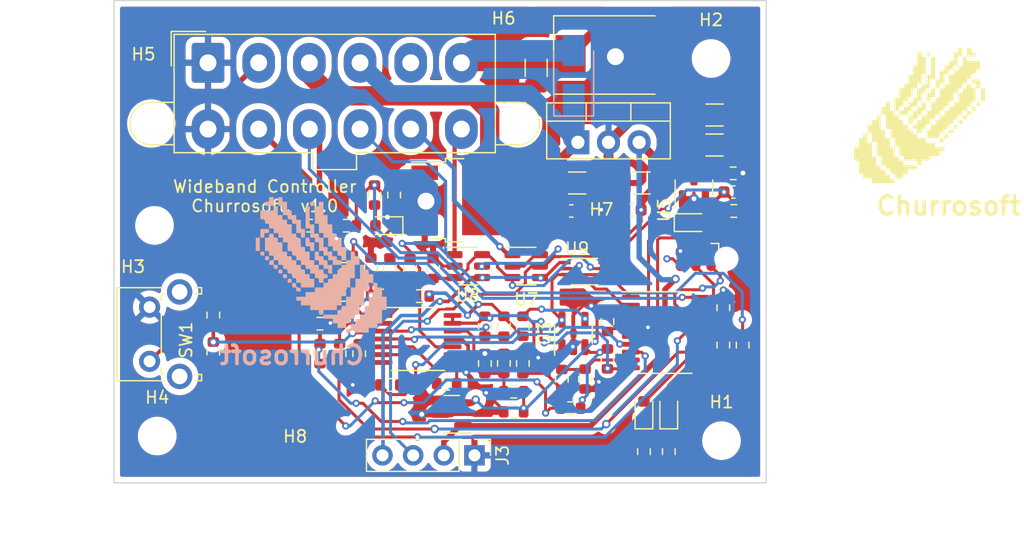
<source format=kicad_pcb>
(kicad_pcb (version 20211014) (generator pcbnew)
  (layers (0 "F.Cu" signal) (31 "B.Cu" signal) (34 "B.Paste" user) (35 "F.Paste" user) (36 "B.SilkS" user "B.Silkscreen") (37 "F.SilkS" user "F.Silkscreen") (38 "B.Mask" user) (39 "F.Mask" user) (44 "Edge.Cuts" user))
  (net 0 "")
  (net 1 "Net-(C1-Pad1)")
  (net 2 "GND")
  (net 3 "+3V3")
  (net 4 "Net-(C3-Pad1)")
  (net 5 "Net-(C3-Pad2)")
  (net 6 "/LSU_Vm")
  (net 7 "/Ip_sense")
  (net 8 "/V0")
  (net 9 "Net-(C9-Pad2)")
  (net 10 "+5V")
  (net 11 "VDDA")
  (net 12 "Net-(D1-Pad1)")
  (net 13 "/LED_GREEN")
  (net 14 "Net-(D2-Pad1)")
  (net 15 "/LED_BLUE")
  (net 16 "Net-(D3-Pad2)")
  (net 17 "Net-(D4-Pad2)")
  (net 18 "/LSU_Ip")
  (net 19 "/LSU_Heater-")
  (net 20 "/LSU_Heater+")
  (net 22 "12V_RAW")
  (net 23 "Net-(R30-Pad1)")
  (net 24 "/LSU_Rtrim")
  (net 25 "/LSU_Un")
  (net 26 "/V1")
  (net 27 "/SCLl")
  (net 28 "/SYS_SWDIO")
  (net 29 "/NRST")
  (net 30 "/SYS_SWCLK")
  (net 31 "/SYS_SWO")
  (net 32 "Net-(Q1-Pad1)")
  (net 33 "/SDAl")
  (net 34 "/Ip_dac")
  (net 35 "Net-(R7-Pad1)")
  (net 36 "/Vm")
  (net 37 "Net-(R13-Pad1)")
  (net 38 "Net-(R14-Pad1)")
  (net 39 "Net-(R16-Pad1)")
  (net 40 "Net-(R17-Pad2)")
  (net 41 "/Wideband/LSU_Un_sense")
  (net 42 "Net-(R18-Pad2)")
  (net 43 "/heater_pwm")
  (net 44 "/Un_sense")
  (net 45 "/Nernst_esr_drive")
  (net 46 "Net-(R26-Pad1)")
  (net 47 "Net-(R27-Pad1)")
  (net 48 "/SCL")
  (net 49 "/SDA")
  (footprint "Resistor_SMD:R_0603_1608Metric" (layer "F.Cu") (at 135.8392 88.138 90)
    (fp_text reference "R6" hide)
    (fp_text value "68k")
  )
  (footprint "Resistor_SMD:R_0603_1608Metric" (layer "F.Cu") (at 167.64 87.4268 90)
    (fp_text reference "R25" hide)
    (fp_text value "22k")
  )
  (footprint "Resistor_SMD:R_0603_1608Metric" (layer "F.Cu") (at 144.717 90.6272 180)
    (fp_text reference "R18" hide)
    (fp_text value "10k")
  )
  (footprint "Resistor_SMD:R_0603_1608Metric" (layer "F.Cu") (at 149.4536 85.8642 -90)
    (fp_text reference "R9" hide)
    (fp_text value "10k")
  )
  (footprint "Package_TO_SOT_THT:TO-220-3_Vertical" (layer "F.Cu") (at 155.5848 70.6066)
    (fp_text reference "U6" hide)
    (fp_text value "L7805")
  )
  (footprint "Resistor_SMD:R_0603_1608Metric" (layer "F.Cu") (at 168.4592 73.1781)
    (fp_text reference "C13" hide)
    (fp_text value "100n")
  )
  (footprint "Capacitor_SMD:C_1206_3216Metric" (layer "F.Cu") (at 160.868 73.9796 180)
    (fp_text reference "C22" hide)
    (fp_text value "10u")
  )
  (footprint "MountingHole:MountingHole_2.2mm_M2" (layer "F.Cu") (at 167.4876 95.3516)
    (fp_text reference "H1")
    (fp_text value "MountingHole")
  )
  (footprint "Resistor_SMD:R_0603_1608Metric" (layer "F.Cu") (at 140.3604 74.9808 -90)
    (fp_text reference "R24" hide)
    (fp_text value "1k")
  )
  (footprint "Resistor_SMD:R_0603_1608Metric" (layer "F.Cu") (at 136.1318 81.6356 180)
    (fp_text reference "R8" hide)
    (fp_text value "10k")
  )
  (footprint "Resistor_SMD:R_0603_1608Metric" (layer "F.Cu") (at 134.2136 85.6488)
    (fp_text reference "C7" hide)
    (fp_text value "1u")
  )
  (footprint "Capacitor_SMD:C_0603_1608Metric" (layer "F.Cu") (at 160.0552 76.2148 180)
    (fp_text reference "C23" hide)
    (fp_text value "1u")
  )
  (footprint "Resistor_SMD:R_0603_1608Metric" (layer "F.Cu") (at 133.35 77.5208 180)
    (fp_text reference "R12" hide)
    (fp_text value "61.9")
  )
  (footprint "Resistor_SMD:R_0603_1608Metric" (layer "F.Cu") (at 150.2664 92.964 180)
    (fp_text reference "C11" hide)
    (fp_text value "1u")
  )
  (footprint "Resistor_SMD:R_0603_1608Metric" (layer "F.Cu") (at 151.0284 88.9508 90)
    (fp_text reference "R16" hide)
    (fp_text value "100k")
  )
  (footprint "MountingHole:MountingHole_2.2mm_M2" (layer "F.Cu") (at 120.7262 94.9706)
    (fp_text reference "H4")
    (fp_text value "MountingHole")
  )
  (footprint "Resistor_SMD:R_0603_1608Metric" (layer "F.Cu") (at 151.0284 85.8642 -90)
    (fp_text reference "R13" hide)
    (fp_text value "10k")
  )
  (footprint "Resistor_SMD:R_0603_1608Metric" (layer "F.Cu") (at 136.144 83.2612 180)
    (fp_text reference "C3" hide)
    (fp_text value "33n")
  )
  (footprint "Connector_Molex:Molex_Mini-Fit_Jr_5566-12A2_2x06_P4.20mm_Vertical" (layer "F.Cu") (at 124.9328 64.0092)
    (fp_text reference "J1" hide)
    (fp_text value "Conn_02x06_Top_Bottom")
  )
  (footprint "Connector:Tag-Connect_TC2030-IDC-NL_2x03_P1.27mm_Vertical" (layer "F.Cu") (at 165.354 80.264 180)
    (fp_text reference "J2" hide)
    (fp_text value "Tag connect")
  )
  (footprint "Connector_PinHeader_2.54mm:PinHeader_1x04_P2.54mm_Vertical" (layer "F.Cu") (at 147.0152 96.5708 -90)
    (fp_text reference "J3")
    (fp_text value "Conn_01x04_Male")
  )
  (footprint "Resistor_SMD:R_0603_1608Metric" (layer "F.Cu") (at 154.9908 92.6592 180)
    (fp_text reference "R14" hide)
    (fp_text value "10k")
  )
  (footprint "Resistor_SMD:R_0603_1608Metric" (layer "F.Cu") (at 167.64 84.328 -90)
    (fp_text reference "R1" hide)
    (fp_text value "10k")
  )
  (footprint "Resistor_SMD:R_0603_1608Metric" (layer "F.Cu") (at 147.8788 85.8642 90)
    (fp_text reference "R7" hide)
    (fp_text value "68k")
  )
  (footprint "Resistor_SMD:R_0603_1608Metric" (layer "F.Cu") (at 143.5862 81.0768 90)
    (fp_text reference "C10" hide)
    (fp_text value "1u")
  )
  (footprint "Package_TO_SOT_SMD:TO-252-2" (layer "F.Cu") (at 147.0914 75.4126)
    (fp_text reference "Q1" hide)
    (fp_text value "BTS3028")
  )
  (footprint "Diode_SMD:D_SMC" (layer "F.Cu") (at 158.3788 63.3624)
    (fp_text reference "D5" hide)
    (fp_text value "D_TVS")
  )
  (footprint "Package_TO_SOT_SMD:SOT-23-6" (layer "F.Cu") (at 151.3078 80.8736)
    (fp_text reference "U7")
    (fp_text value "MCP4725xxx-xCH")
  )
  (footprint "Resistor_SMD:R_0603_1608Metric" (layer "F.Cu") (at 139.2428 83.312 180)
    (fp_text reference "R26" hide)
    (fp_text value "20k")
  )
  (footprint "Package_TO_SOT_SMD:TSOT-23-5" (layer "F.Cu") (at 155.2194 86.4616 90)
    (fp_text reference "U3")
    (fp_text value "AD8628")
  )
  (footprint "Resistor_SMD:R_0603_1608Metric" (layer "F.Cu") (at 168.51 76.3023)
    (fp_text reference "R29" hide)
    (fp_text value "1k")
  )
  (footprint "Resistor_SMD:R_0603_1608Metric" (layer "F.Cu") (at 149.4536 88.9386 90)
    (fp_text reference "R5" hide)
    (fp_text value "1k")
  )
  (footprint "MountingHole:MountingHole_2.2mm_M2" (layer "F.Cu") (at 166.624 63.6524)
    (fp_text reference "H2")
    (fp_text value "MountingHole")
  )
  (footprint "Resistor_SMD:R_0603_1608Metric" (layer "F.Cu") (at 150.2664 91.2876 180)
    (fp_text reference "R4" hide)
    (fp_text value "1k")
  )
  (footprint "Resistor_SMD:R_0603_1608Metric" (layer "F.Cu") (at 125.3744 84.9376 90)
    (fp_text reference "C4" hide)
    (fp_text value "100n")
  )
  (footprint "Fiducial:Fiducial_1mm_Mask2mm" (layer "F.Cu") (at 151.765 60.5536)
    (fp_text reference "H6")
    (fp_text value "MountingHole")
  )
  (footprint "Resistor_SMD:R_0603_1608Metric" (layer "F.Cu") (at 161.0614 96.266 90)
    (fp_text reference "R3" hide)
    (fp_text value "1k")
  )
  (footprint "Resistor_SMD:R_0603_1608Metric" (layer "F.Cu") (at 136.144 80.0608)
    (fp_text reference "R11" hide)
    (fp_text value "10")
  )
  (footprint "LED_SMD:LED_0603_1608Metric" (layer "F.Cu") (at 161.0614 92.8878 90)
    (fp_text reference "D2" hide)
    (fp_text value "BLUE")
  )
  (footprint "Resistor_SMD:R_0603_1608Metric" (layer "F.Cu") (at 141.6812 81.0768 -90)
    (fp_text reference "R28" hide)
    (fp_text value "20k")
  )
  (footprint "Resistor_SMD:R_0603_1608Metric" (layer "F.Cu") (at 163.1188 96.266 90)
    (fp_text reference "R2" hide)
    (fp_text value "1k")
  )
  (footprint "Capacitor_SMD:C_0603_1608Metric" (layer "F.Cu") (at 155.0416 76.3016)
    (fp_text reference "C21" hide)
    (fp_text value "1u")
  )
  (footprint "Resistor_SMD:R_0603_1608Metric" (layer "F.Cu") (at 138.7348 74.9808 90)
    (fp_text reference "R21" hide)
    (fp_text value "1k")
  )
  (footprint "Resistor_SMD:R_0603_1608Metric" (layer "F.Cu") (at 169.2402 87.4268 -90)
    (fp_text reference "C9" hide)
    (fp_text value "100n")
  )
  (footprint "Button_Switch_THT:SW_Tactile_SPST_Angled_PTS645Vx83-2LFS" (layer "F.Cu") (at 120.0912 88.773 90)
    (fp_text reference "SW1")
    (fp_text value "SW_Push")
  )
  (footprint "Fiducial:Fiducial_1mm_Mask2mm" (layer "F.Cu") (at 132.1562 97.0026)
    (fp_text reference "H8")
    (fp_text value "MountingHole")
  )
  (footprint "LED_SMD:LED_0603_1608Metric" (layer "F.Cu") (at 139.5984 77.5208 180)
    (fp_text reference "D3" hide)
    (fp_text value "RED")
  )
  (footprint "Package_SO:TSSOP-20_4.4x6.5mm_P0.65mm" (layer "F.Cu") (at 162.8394 86.3854)
    (fp_text reference "U1" hide)
    (fp_text value "STM32G071KxT")
  )
  (footprint "Resistor_SMD:R_0603_1608Metric" (layer "F.Cu") (at 138.43 81.026 90)
    (fp_text reference "C2" hide)
    (fp_text value "100n")
  )
  (footprint "OpenEFI-STM32F_rev3:churro_new_v4" (layer "F.Cu") (at 184.088061 68.376801)
    (fp_text reference "Churrosoft")
    (fp_text value "SYM_Hot_Large" hide)
  )
  (footprint "Package_SO:VSSOP-8_2.3x2mm_P0.5mm" (layer "F.Cu") (at 156.1338 81.3308)
    (fp_text reference "U9")
    (fp_text value "TXS0102DCU")
  )
  (footprint "Resistor_SMD:R_0603_1608Metric" (layer "F.Cu") (at 134.2136 88.138 -90)
    (fp_text reference "R17" hide)
    (fp_text value "10k")
  )
  (footprint "LED_SMD:LED_0603_1608Metric" (layer "F.Cu") (at 163.1188 92.8878 90)
    (fp_text reference "D1" hide)
    (fp_text value "GREEN")
  )
  (footprint "MountingHole:MountingHole_2.2mm_M2" (layer "F.Cu") (at 120.4976 77.4954)
    (fp_text reference "H3")
    (fp_text value "MountingHole")
  )
  (footprint "Resistor_SMD:R_0603_1608Metric" (layer "F.Cu") (at 158.0388 85.471 -90)
    (fp_text reference "C12" hide)
    (fp_text value "100n")
  )
  (footprint "LED_SMD:LED_0603_1608Metric" (layer "F.Cu") (at 165.0556 77.2675)
    (fp_text reference "D4" hide)
    (fp_text value "RED")
  )
  (footprint "Capacitor_SMD:C_1206_3216Metric" (layer "F.Cu") (at 152.1304 64.4292 -90)
    (fp_text reference "C17" hide)
    (fp_text value "10u")
  )
  (footprint "Capacitor_SMD:C_1206_3216Metric" (layer "F.Cu") (at 155.534 73.9796)
    (fp_text reference "C20" hide)
    (fp_text value "10u")
  )
  (footprint "Package_TO_SOT_SMD:SOT-23" (layer "F.Cu") (at 145.1356 93.1672 180)
    (fp_text reference "U4" hide)
    (fp_text value "REF3033")
  )
  (footprint "Resistor_SMD:R_0603_1608Metric" (layer "F.Cu") (at 142.4432 83.3628 180)
    (fp_text reference "R10" hide)
    (fp_text value "47")
  )
  (footprint "Capacitor_SMD:C_1206_3216Metric" (layer "F.Cu") (at 166.9132 70.83 180)
    (fp_text reference "C19" hide)
    (fp_text value "10u")
  )
  (footprint "Resistor_SMD:R_0603_1608Metric" (layer "F.Cu") (at 125.3744 87.9978 90)
    (fp_text reference "R30" hide)
    (fp_text value "10k")
  )
  (footprint "Resistor_SMD:R_0603_1608Metric" (layer "F.Cu") (at 158.0388 88.5698 -90)
    (fp_text reference "R15" hide)
    (fp_text value "100k")
  )
  (footprint "Resistor_SMD:R_0603_1608Metric" (layer "F.Cu") (at 156.1846 90.2462 -90)
    (fp_text reference "C8" hide)
    (fp_text value "100n")
  )
  (footprint "Resistor_SMD:R_0603_1608Metric" (layer "F.Cu") (at 140.0048 90.7288 180)
    (fp_text reference "R22" hide)
    (fp_text value "27k")
  )
  (footprint "Resistor_SMD:R_0603_1608Metric" (layer "F.Cu") (at 136.398 77.5208)
    (fp_text reference "R23" hide)
    (fp_text value "1k")
  )
  (footprint "Fiducial:Fiducial_1mm_Mask2mm" (layer "F.Cu") (at 119.5832 65.3034)
    (fp_text reference "H5")
    (fp_text value "MountingHole")
  )
  (footprint "Capacitor_SMD:C_0603_1608Metric" (layer "F.Cu") (at 168.4722 74.7275)
    (fp_text reference "C16" hide)
    (fp_text value "4.7u")
  )
  (footprint "Capacitor_SMD:C_1206_3216Metric" (layer "F.Cu") (at 166.9132 68.3408)
    (fp_text reference "C18" hide)
    (fp_text value "10u")
  )
  (footprint "Package_TO_SOT_SMD:SOT-23-6" (layer "F.Cu") (at 146.5072 80.8736)
    (fp_text reference "U8")
    (fp_text value "MCP4725xxx-xCH")
  )
  (footprint "Resistor_SMD:R_0603_1608Metric" (layer "F.Cu") (at 147.8788 88.9508 90)
    (fp_text reference "C1" hide)
    (fp_text value "1u")
  )
  (footprint "Fiducial:Fiducial_1mm_Mask2mm" (layer "F.Cu") (at 157.9372 78.1558)
    (fp_text reference "H7")
    (fp_text value "MountingHole")
  )
  (footprint "Resistor_SMD:R_0603_1608Metric" (layer "F.Cu") (at 137.4648 88.138 -90)
    (fp_text reference "R19" hide)
    (fp_text value "27k")
  )
  (footprint "Resistor_SMD:R_0603_1608Metric" (layer "F.Cu") (at 154.2542 90.2716 90)
    (fp_text reference "R20" hide)
    (fp_text value "3.3k")
  )
  (footprint "Package_SO:TSSOP-14_4.4x5mm_P0.65mm" (layer "F.Cu") (at 142.3416 86.9188)
    (fp_text reference "U2" hide)
    (fp_text value "MCP6004")
  )
  (footprint "Resistor_SMD:R_0603_1608Metric" (layer "F.Cu") (at 140.0048 81.026 -90)
    (fp_text reference "R27" hide)
    (fp_text value "20k")
  )
  (footprint "Package_TO_SOT_SMD:SOT-23" (layer "F.Cu") (at 165.2057 74.3821 90)
    (fp_text reference "U5")
    (fp_text value "XC6206P332MR")
  )
  (footprint "OpenEFI-STM32F_rev3:churro_new_v4" (layer "B.Cu") (at 134.123139 80.772001 180)
    (fp_text reference "Churrosoft")
    (fp_text value "SYM_Hot_Large" hide)
  )
  (footprint "Diode_SMD:D_SMA" (layer "B.Cu") (at 155.2448 65.024 90)
    (fp_text reference "D6" hide)
    (fp_text value "D_Schottky")
  )
  (gr_rect locked (start 117.1448 58.8518) (end 171.196 98.8568) (layer "Edge.Cuts") (width 0.1) (fill none))
  (gr_text "Wideband Controller\nChurrosoft. v1.0" (at 129.6416 75.0824) (layer "F.SilkS") (effects (font (size 1 1))))
  (segment (start 147.5354 89.7758) (end 147.8788 89.7758) (width 0.25) (layer "F.Cu") (net 1))
  (segment (start 145.2041 86.2688) (end 146.416 86.2688) (width 0.25) (layer "F.Cu") (net 1))
  (segment (start 149.4414 89.7758) (end 149.4536 89.7636) (width 0.25) (layer "F.Cu") (net 1))
  (segment (start 146.416 86.2688) (end 146.9644 86.8172) (width 0.25) (layer "F.Cu") (net 1))
  (segment (start 149.4536 89.7636) (end 149.4536 91.2754) (width 0.25) (layer "F.Cu") (net 1))
  (segment (start 149.4536 91.2754) (end 149.4414 91.2876) (width 0.25) (layer "F.Cu") (net 1))
  (segment (start 147.8788 89.7758) (end 149.4414 89.7758) (width 0.25) (layer "F.Cu") (net 1))
  (segment (start 146.9644 89.2048) (end 147.5354 89.7758) (width 0.25) (layer "F.Cu") (net 1))
  (segment (start 146.9644 86.8172) (end 146.9644 89.2048) (width 0.25) (layer "F.Cu") (net 1))
  (segment (start 135.573 77.5208) (end 135.573 78.5754) (width 0.45) (layer "F.Cu") (net 2))
  (segment (start 140.3859 77.5208) (end 140.3859 77.3939) (width 0.25) (layer "F.Cu") (net 2))
  (segment (start 158.0388 86.296) (end 158.0388 86.09224) (width 0.25) (layer "F.Cu") (net 2))
  (segment (start 158.1248 72.3744) (end 158.1248 71.7452) (width 0.8) (layer "F.Cu") (net 2))
  (segment (start 164.338 79.5528) (end 164.1602 79.5528) (width 0.25) (layer "F.Cu") (net 2))
  (segment (start 160.17268 68.55872) (end 158.1248 70.6066) (width 0.8) (layer "F.Cu") (net 2))
  (segment (start 143.8026 80.2518) (end 144.4244 80.8736) (width 0.25) (layer "F.Cu") (net 2))
  (segment (start 149.4414 92.8502) (end 147.9804 91.3892) (width 0.25) (layer "F.Cu") (net 2))
  (segment (start 169.2472 73.2151) (end 169.2842 73.1781) (width 0.3) (layer "F.Cu") (net 2))
  (segment (start 158.02368 86.31112) (end 158.0388 86.296) (width 0.25) (layer "F.Cu") (net 2))
  (segment (start 135.0386 85.6488) (end 135.0386 85.6366) (width 0.3) (layer "F.Cu") (net 2))
  (segment (start 167.64 82.8548) (end 167.64 83.503) (width 0.25) (layer "F.Cu") (net 2))
  (segment (start 169.2472 74.7275) (end 169.2472 73.2151) (width 0.3) (layer "F.Cu") (net 2))
  (segment (start 151.111728 80.8736) (end 152.061728 79.9236) (width 0.25) (layer "F.Cu") (net 2))
  (segment (start 156.295 65.9042) (end 158.6992 63.5) (width 0.8) (layer "F.Cu") (net 2))
  (segment (start 151.91628 88.85032) (end 152.2984 88.4682) (width 0.25) (layer "F.Cu") (net 2))
  (segment (start 135.573 78.5754) (end 135.5852 78.5876) (width 0.45) (layer "F.Cu") (net 2))
  (segment (start 140.3859 77.3939) (end 139.8016 76.8096) (width 0.25) (layer "F.Cu") (net 2))
  (segment (start 169.2656 73.152) (end 169.2842 73.1706) (width 0.3) (layer "F.Cu") (net 2))
  (segment (start 143.5862 80.2518) (end 143.8026 80.2518) (width 0.25) (layer "F.Cu") (net 2))
  (segment (start 137.414 90.2462) (end 137.414 89.0138) (width 0.25) (layer "F.Cu") (net 2))
  (segment (start 156.7312 91.0712) (end 156.1846 91.0712) (width 0.25) (layer "F.Cu") (net 2))
  (segment (start 164.2557 77.2551) (end 164.2681 77.2675) (width 0.3) (layer "F.Cu") (net 2))
  (segment (start 159.393 73.9796) (end 159.393 73.6426) (width 0.8) (layer "F.Cu") (net 2))
  (segment (start 159.9769 86.0604) (end 158.2744 86.0604) (width 0.25) (layer "F.Cu") (net 2))
  (segment (start 165.4382 68.3408) (end 165.22028 68.55872) (width 0.8) (layer "F.Cu") (net 2))
  (segment (start 144.4244 80.8736) (end 145.3697 80.8736) (width 0.25) (layer "F.Cu") (net 2))
  (segment (start 146.3294 89.6874) (end 146.48988 89.84788) (width 0.25) (layer "F.Cu") (net 2))
  (segment (start 158.1248 72.4564) (end 158.1248 71.7452) (width 0.8) (layer "F.Cu") (net 2))
  (segment (start 149.4414 88.1258) (end 149.4536 88.1136) (width 0.25) (layer "F.Cu") (net 2))
  (segment (start 155.987597 84.172331) (end 156.690336 84.172331) (width 0.25) (layer "F.Cu") (net 2))
  (segment (start 142.8914 79.557) (end 142.8914 77.6926) (width 0.25) (layer "F.Cu") (net 2))
  (segment (start 147.8788 88.1258) (end 149.4414 88.1258) (width 0.25) (layer "F.Cu") (net 2))
  (segment (start 142.8914 77.6926) (end 142.8914 75.5994) (width 1.5) (layer "F.Cu") (net 2))
  (segment (start 164.2557 75.3196) (end 165.1747 75.3196) (width 0.3) (layer "F.Cu") (net 2))
  (segment (start 157.3276 90.4748) (end 156.7312 91.0712) (width 0.25) (layer "F.Cu") (net 2))
  (segment (start 144.1981 93.1672) (end 142.6464 93.1672) (width 0.45) (layer "F.Cu") (net 2))
  (segment (start 142.8914 75.5994) (end 143.002 75.4888) (width 1.5) (layer "F.Cu") (net 2))
  (segment (start 165.1747 75.3196) (end 165.208 75.2863) (width 0.3) (layer "F.Cu") (net 2))
  (segment (start 159.2802 76.2148) (end 157.5456 76.2148) (width 0.25) (layer "F.Cu") (net 2))
  (segment (start 158.8368 63.3624) (end 158.6992 63.5) (width 1.4) (layer "F.Cu") (net 2))
  (segment (start 157.009 73.9796) (end 157.009 73.5722) (width 0.8) (layer "F.Cu") (net 2))
  (segment (start 152.061728 79.9236) (end 152.4453 79.9236) (width 0.25) (layer "F.Cu") (net 2))
  (segment (start 155.2194 87.5991) (end 155.2448 87.5737) (width 0.25) (layer "F.Cu") (net 2))
  (segment (start 161.2848 86.0604) (end 159.9769 86.0604) (width 0.25) (layer "F.Cu") (net 2))
  (segment (start 158.2744 86.0604) (end 158.0388 86.296) (width 0.25) (layer "F.Cu") (net 2))
  (segment (start 146.48988 87.481363) (end 146.48988 89.89868) (width 0.3) (layer "F.Cu") (net 2))
  (segment (start 155.444 81.0808) (end 155.702 80.8228) (width 0.25) (layer "F.Cu") (net 2))
  (segment (start 154.5838 81.0808) (end 155.444 81.0808) (width 0.25) (layer "F.Cu") (net 2))
  (segment (start 161.7788 63.3624) (end 158.8368 63.3624) (width 1.4) (layer "F.Cu") (net 2))
  (segment (start 135.0386 85.6366) (end 135.0772 85.598) (width 0.3) (layer "F.Cu") (net 2))
  (segment (start 145.2041 86.9188) (end 145.927317 86.9188) (width 0.3) (layer "F.Cu") (net 2))
  (segment (start 159.393 73.6426) (end 158.1248 72.3744) (width 0.8) (layer "F.Cu") (net 2))
  (segment (start 138.43 79.4767) (end 140.3859 77.5208) (width 0.25) (layer "F.Cu") (net 2))
  (segment (start 165.4382 70.83) (end 165.4382 68.3408) (width 0.8) (layer "F.Cu") (net 2))
  (segment (start 169.2842 73.1706) (end 169.2842 73.1781) (width 0.3) (layer "F.Cu") (net 2))
  (segment (start 150.1703 80.8736) (end 151.111728 80.8736) (width 0.25) (layer "F.Cu") (net 2))
  (segment (start 136.9314 90.7288) (end 137.414 90.2462) (width 0.25) (layer "F.Cu") (net 2))
  (segment (start 149.4536 88.1136) (end 150.19032 88.85032) (width 0.25) (layer "F.Cu") (net 2))
  (segment (start 145.927317 86.9188) (end 146.48988 87.481363) (width 0.3) (layer "F.Cu") (net 2))
  (segment (start 150.19032 88.85032) (end 151.91628 88.85032) (width 0.25) (layer "F.Cu") (net 2))
  (segment (start 149.4414 92.964) (end 149.4414 92.8502) (width 0.25) (layer "F.Cu") (net 2))
  (segment (start 164.1602 79.5528) (end 164.084 79.629) (width 0.25) (layer "F.Cu") (net 2))
  (segment (start 157.5456 76.2148) (end 157.5308 76.2) (width 0.25) (layer "F.Cu") (net 2))
  (segment (start 152.1304 65.9042) (end 156.295 65.9042) (width 0.8) (layer "F.Cu") (net 2))
  (segment (start 146.48988 89.89868) (end 147.9804 91.3892) (width 0.3) (layer "F.Cu") (net 2))
  (segment (start 155.1686 84.991328) (end 155.987597 84.172331) (width 0.25) (layer "F.Cu") (net 2))
  (segment (start 157.009 73.5722) (end 158.1248 72.4564) (width 0.8) (layer "F.Cu") (net 2))
  (segment (start 155.1686 87.5538) (end 155.1686 84.991328) (width 0.25) (layer "F.Cu") (net 2))
  (segment (start 164.2557 75.3196) (end 164.2557 77.2551) (width 0.3) (layer "F.Cu") (net 2))
  (segment (start 158.1248 71.7452) (end 158.1248 70.6066) (width 0.8) (layer "F.Cu") (net 2))
  (segment (start 138.43 80.201) (end 138.43 79.4767) (width 0.25) (layer "F.Cu") (net 2))
  (segment (start 137.414 89.0138) (end 137.4648 88.963) (width 0.25) (layer "F.Cu") (net 2))
  (segment (start 161.3916 85.9536) (end 161.2848 86.0604) (width 0.25) (layer "F.Cu") (net 2))
  (segment (start 165.22028 68.55872) (end 160.17268 68.55872) (width 0.8) (layer "F.Cu") (net 2))
  (segment (start 143.5862 80.2518) (end 142.8914 79.557) (width 0.25) (layer "F.Cu") (net 2))
  (segment (start 146.48988 89.84788) (end 146.48988 89.89868) (width 0.25) (layer "F.Cu") (net 2))
  (via (at 135.5852 78.5876) (size 0.6) (drill 0.3) (layers "F.Cu" "B.Cu") (net 2))
  (via (at 164.084 79.629) (size 0.6) (drill 0.3) (layers "F.Cu" "B.Cu") (net 2))
  (via (at 135.0772 85.598) (size 0.6) (drill 0.3) (layers "F.Cu" "B.Cu") (net 2))
  (via (at 165.208 75.2863) (size 0.8) (drill 0.4) (layers "F.Cu" "B.Cu") (net 2))
  (via (at 143.002 75.4888) (size 2.6) (drill 1.4) (layers "F.Cu" "B.Cu") (net 2))
  (via (at 155.1686 87.5538) (size 0.6) (drill 0.3) (layers "F.Cu" "B.Cu") (net 2))
  (via (at 139.8016 76.8096) (size 0.8) (drill 0.4) (layers "F.Cu" "B.Cu") (net 2))
  (via (at 167.64 82.8548) (size 0.6) (drill 0.3) (layers "F.Cu" "B.Cu") (net 2))
  (via (at 136.9314 90.7288) (size 0.6) (drill 0.3) (layers "F.Cu" "B.Cu") (net 2))
  (via (at 161.3916 85.9536) (size 0.6) (drill 0.3) (layers "F.Cu" "B.Cu") (net 2))
  (via (at 147.9804 91.3892) (size 0.6) (drill 0.3) (layers "F.Cu" "B.Cu") (net 2))
  (via (at 147.8788 88.1258) (size 0.8) (drill 0.4) (layers "F.Cu" "B.Cu") (net 2))
  (via (at 169.2656 73.152) (size 0.8) (drill 0.4) (layers "F.Cu" "B.Cu") (net 2))
  (via (at 157.3276 90.4748) (size 0.6) (drill 0.3) (layers "F.Cu" "B.Cu") (net 2))
  (via (at 156.690336 84.172331) (size 0.6) (drill 0.3) (layers "F.Cu" "B.Cu") (net 2))
  (via (at 142.6464 93.1672) (size 0.7) (drill 0.4) (layers "F.Cu" "B.Cu") (net 2))
  (via (at 155.702 80.8228) (size 0.6) (drill 0.3) (layers "F.Cu" "B.Cu") (net 2))
  (via (at 152.2984 88.4682) (size 0.6) (drill 0.3) (layers "F.Cu" "B.Cu") (net 2))
  (via (at 158.6992 63.5) (size 2.6) (drill 1.4) (layers "F.Cu" "B.Cu") (net 2))
  (via (at 146.3294 89.6874) (size 0.6) (drill 0.3) (layers "F.Cu" "B.Cu") (net 2))
  (via (at 157.5308 76.2) (size 0.6) (drill 0.3) (layers "F.Cu" "B.Cu") (net 2))
  (segment (start 152.2984 88.4682) (end 154.2542 88.4682) (width 0.25) (layer "B.Cu") (net 2))
  (segment (start 147.8788 88.138) (end 146.3294 89.6874) (width 0.25) (layer "B.Cu") (net 2))
  (segment (start 156.690336 84.172331) (end 159.610331 84.172331) (width 0.25) (layer "B.Cu") (net 2))
  (segment (start 147.8788 88.1258) (end 147.8788 88.138) (width 0.25) (layer "B.Cu") (net 2))
  (segment (start 159.610331 84.172331) (end 161.3916 85.9536) (width 0.25) (layer "B.Cu") (net 2))
  (segment (start 154.2542 88.4682) (end 155.1686 87.5538) (width 0.25) (layer "B.Cu") (net 2))
  (segment (start 167.6972 74.7275) (end 167.7602 74.7275) (width 0.3) (layer "F.Cu") (net 3))
  (segment (start 142.011632 86.9188) (end 139.4791 86.9188) (width 0.25) (layer "F.Cu") (net 3))
  (segment (start 154.2542 85.344) (end 154.2694 85.3288) (width 0.25) (layer "F.Cu") (net 3))
  (segment (start 159.60592 79.053198) (end 159.60592 80.432797) (width 0.25) (layer "F.Cu") (net 3))
  (segment (start 167.1051 75.3196) (end 167.6972 74.7275) (width 0.3) (layer "F.Cu") (net 3))
  (segment (start 138.287383 86.9188) (end 139.4791 86.9188) (width 0.25) (layer "F.Cu") (net 3))
  (segment (start 142.049762 86.95693) (end 142.011632 86.9188) (width 0.25) (layer "F.Cu") (net 3))
  (segment (start 154.5838 81.5808) (end 157.6838 81.5808) (width 0.25) (layer "F.Cu") (net 3))
  (segment (start 153.4414 82.024178) (end 153.884778 81.5808) (width 0.25) (layer "F.Cu") (net 3))
  (segment (start 136.906 86.4108) (end 137.779383 86.4108) (width 0.25) (layer "F.Cu") (net 3))
  (segment (start 138.43 83.2998) (end 138.4178 83.312) (width 0.25) (layer "F.Cu") (net 3))
  (segment (start 162.560718 76.0984) (end 159.60592 79.053198) (width 0.25) (layer "F.Cu") (net 3))
  (segment (start 158.457917 81.5808) (end 157.6838 81.5808) (width 0.25) (layer "F.Cu") (net 3))
  (segment (start 137.779383 86.4108) (end 138.287383 86.9188) (width 0.25) (layer "F.Cu") (net 3))
  (segment (start 138.43 81.851) (end 138.43 83.2998) (width 0.25) (layer "F.Cu") (net 3))
  (segment (start 163.068 76.0984) (end 162.560718 76.0984) (width 0.25) (layer "F.Cu") (net 3))
  (segment (start 154.2542 85.344) (end 153.4414 84.5312) (width 0.25) (layer "F.Cu") (net 3))
  (segment (start 153.884778 81.5808) (end 154.5838 81.5808) (width 0.25) (layer "F.Cu") (net 3))
  (segment (start 159.60592 80.432797) (end 158.457917 81.5808) (width 0.25) (layer "F.Cu") (net 3))
  (segment (start 138.43 83.312) (end 138.4178 83.312) (width 0.25) (layer "F.Cu") (net 3))
  (segment (start 154.2694 85.3288) (end 154.2694 85.3241) (width 0.25) (layer "F.Cu") (net 3))
  (segment (start 153.4414 84.5312) (end 153.4414 82.024178) (width 0.25) (layer "F.Cu") (net 3))
  (segment (start 167.7602 74.7275) (end 169.335 76.3023) (width 0.3) (layer "F.Cu") (net 3))
  (segment (start 166.1557 75.3196) (end 167.1051 75.3196) (width 0.3) (layer "F.Cu") (net 3))
  (segment (start 125.3744 87.1728) (end 125.3744 85.7626) (width 0.3) (layer "F.Cu") (net 3))
  (via (at 167.6972 74.7275) (size 0.6) (drill 0.3) (layers "F.Cu" "B.Cu") (net 3))
  (via (at 125.3744 87.1728) (size 0.7) (drill 0.4) (layers "F.Cu" "B.Cu") (net 3))
  (via (at 142.049762 86.95693) (size 0.6) (drill 0.3) (layers "F.Cu" "B.Cu") (net 3))
  (via (at 154.2542 85.344) (size 0.6) (drill 0.3) (layers "F.Cu" "B.Cu") (net 3))
  (via (at 136.906 86.4108) (size 0.7) (drill 0.4) (layers "F.Cu" "B.Cu") (net 3))
  (via (at 138.43 83.312) (size 0.6) (drill 0.3) (layers "F.Cu" "B.Cu") (net 3))
  (via (at 163.068 76.0984) (size 0.6) (drill 0.3) (layers "F.Cu" "B.Cu") (net 3))
  (segment (start 136.144 87.1728) (end 125.3744 87.1728) (width 0.25) (layer "B.Cu") (net 3))
  (segment (start 163.068 76.0984) (end 164.604611 74.561789) (width 0.25) (layer "B.Cu") (net 3))
  (segment (start 167.531489 74.561789) (end 167.6972 74.7275) (width 0.25) (layer "B.Cu") (net 3))
  (segment (start 138.3284 83.312) (end 138.43 83.312) (width 0.25) (layer "B.Cu") (net 3))
  (segment (start 136.906 86.4108) (end 136.144 87.1728) (width 0.25) (layer "B.Cu") (net 3))
  (segment (start 150.646682 86.106) (end 153.4922 86.106) (width 0.25) (layer "B.Cu") (net 3))
  (segment (start 164.604611 74.561789) (end 167.531489 74.561789) (width 0.25) (layer "B.Cu") (net 3))
  (segment (start 136.906 84.7344) (end 138.3284 83.312) (width 0.25) (layer "B.Cu") (net 3))
  (segment (start 149.991554 86.761128) (end 150.646682 86.106) (width 0.25) (layer "B.Cu") (net 3))
  (segment (start 142.245564 86.761128) (end 149.991554 86.761128) (width 0.25) (layer "B.Cu") (net 3))
  (segment (start 136.906 86.4108) (end 136.906 84.7344) (width 0.25) (layer "B.Cu") (net 3))
  (segment (start 153.4922 86.106) (end 154.2542 85.344) (width 0.25) (layer "B.Cu") (net 3))
  (segment (start 142.049762 86.95693) (end 142.245564 86.761128) (width 0.25) (layer "B.Cu") (net 3))
  (segment (start 136.969 84.137) (end 137.8008 84.9688) (width 0.25) (layer "F.Cu") (net 4))
  (segment (start 140.0122 84.9688) (end 139.4791 84.9688) (width 0.25) (layer "F.Cu") (net 4))
  (segment (start 136.9568 81.6356) (end 136.9568 83.249) (width 0.25) (layer "F.Cu") (net 4))
  (segment (start 136.9568 83.249) (end 136.969 83.2612) (width 0.25) (layer "F.Cu") (net 4))
  (segment (start 136.969 83.2612) (end 136.969 84.137) (width 0.25) (layer "F.Cu") (net 4))
  (segment (start 137.8008 84.9688) (end 139.4791 84.9688) (width 0.25) (layer "F.Cu") (net 4))
  (segment (start 141.6182 83.3628) (end 140.0122 84.9688) (width 0.25) (layer "F.Cu") (net 4))
  (segment (start 135.8392 86.3508) (end 136.5712 85.6188) (width 0.25) (layer "F.Cu") (net 5))
  (segment (start 135.3068 81.6356) (end 135.3068 83.249) (width 0.25) (layer "F.Cu") (net 5))
  (segment (start 135.319 84.3666) (end 135.319 83.2612) (width 0.25) (layer "F.Cu") (net 5))
  (segment (start 136.5712 85.6188) (end 135.319 84.3666) (width 0.25) (layer "F.Cu") (net 5))
  (segment (start 135.8392 87.313) (end 135.8392 86.3508) (width 0.25) (layer "F.Cu") (net 5))
  (segment (start 139.4791 85.6188) (end 136.5712 85.6188) (width 0.25) (layer "F.Cu") (net 5))
  (segment (start 135.3068 83.249) (end 135.319 83.2612) (width 0.25) (layer "F.Cu") (net 5))
  (segment (start 134.2136 87.313) (end 134.2136 81.1662) (width 0.3) (layer "F.Cu") (net 6))
  (segment (start 134.2136 81.1662) (end 135.319 80.0608) (width 0.3) (layer "F.Cu") (net 6))
  (segment (start 133.3886 85.6488) (end 134.2136 86.4738) (width 0.3) (layer "F.Cu") (net 6))
  (segment (start 133.34952 73.72592) (end 133.34952 78.09132) (width 0.45) (layer "F.Cu") (net 6))
  (segment (start 133.34952 78.09132) (end 135.319 80.0608) (width 0.45) (layer "F.Cu") (net 6))
  (segment (start 139.2787 93.7619) (end 141.0716 93.7619) (width 0.25) (layer "F.Cu") (net 6))
  (segment (start 137.2108 92.2528) (end 137.7696 92.2528) (width 0.25) (layer "F.Cu") (net 6))
  (segment (start 129.1328 69.5092) (end 133.34952 73.72592) (width 0.45) (layer "F.Cu") (net 6))
  (segment (start 134.2136 86.4738) (end 134.2136 87.313) (width 0.3) (layer "F.Cu") (net 6))
  (segment (start 137.7696 92.2528) (end 139.2787 93.7619) (width 0.25) (layer "F.Cu") (net 6))
  (segment (start 161.167334 88.328743) (end 160.848991 88.0104) (width 0.25) (layer "F.Cu") (net 6))
  (segment (start 134.2136 87.6957) (end 134.2136 87.313) (width 0.25) (layer "F.Cu") (net 6))
  (segment (start 134.112 87.7973) (end 134.2136 87.6957) (width 0.25) (layer "F.Cu") (net 6))
  (segment (start 160.848991 88.0104) (end 159.9769 88.0104) (width 0.25) (layer "F.Cu") (net 6))
  (via (at 137.2108 92.2528) (size 0.6) (drill 0.3) (layers "F.Cu" "B.Cu") (net 6))
  (via (at 134.112 87.7973) (size 0.6) (drill 0.3) (layers "F.Cu" "B.Cu") (net 6))
  (via (at 141.0716 93.7619) (size 0.6) (drill 0.3) (layers "F.Cu" "B.Cu") (net 6))
  (via (at 161.167334 88.328743) (size 0.6) (drill 0.3) (layers "F.Cu" "B.Cu") (net 6))
  (segment (start 136.7536 92.2528) (end 134.112 89.6112) (width 0.25) (layer "B.Cu") (net 6))
  (segment (start 137.2108 92.2528) (end 136.7536 92.2528) (width 0.25) (layer "B.Cu") (net 6))
  (segment (start 161.167334 88.328743) (end 161.167334 89.530666) (width 0.25) (layer "B.Cu") (net 6))
  (segment (start 141.1881 93.8784) (end 141.0716 93.7619) (width 0.25) (layer "B.Cu") (net 6))
  (segment (start 161.167334 89.530666) (end 157.007889 93.690111) (width 0.25) (layer "B.Cu") (net 6))
  (segment (start 157.007889 93.690111) (end 143.310415 93.690111) (width 0.25) (layer "B.Cu") (net 6))
  (segment (start 143.122126 93.8784) (end 141.1881 93.8784) (width 0.25) (layer "B.Cu") (net 6))
  (segment (start 143.310415 93.690111) (end 143.122126 93.8784) (width 0.25) (layer "B.Cu") (net 6))
  (segment (start 134.112 89.6112) (end 134.112 87.7973) (width 0.25) (layer "B.Cu") (net 6))
  (segment (start 154.2542 89.4466) (end 156.1592 89.4466) (width 0.25) (layer "F.Cu") (net 7))
  (segment (start 156.1592 89.4466) (end 156.1846 89.4212) (width 0.25) (layer "F.Cu") (net 7))
  (segment (start 159.9769 88.6604) (end 156.9454 88.6604) (width 0.25) (layer "F.Cu") (net 7))
  (segment (start 156.9454 88.6604) (end 156.1846 89.4212) (width 0.25) (layer "F.Cu") (net 7))
  (segment (start 150.1703 79.9236) (end 149.799 79.9236) (width 0.35) (layer "F.Cu") (net 8))
  (segment (start 149.799 79.9236) (end 149.1234 79.248) (width 0.35) (layer "F.Cu") (net 8))
  (via (at 149.1234 79.248) (size 0.6) (drill 0.3) (layers "F.Cu" "B.Cu") (net 8))
  (segment (start 149.1234 79.248) (end 145.3134 75.438) (width 0.35) (layer "B.Cu") (net 8))
  (segment (start 145.3134 72.771) (end 142.0516 69.5092) (width 0.35) (layer "B.Cu") (net 8))
  (segment (start 145.3134 75.438) (end 145.3134 72.771) (width 0.35) (layer "B.Cu") (net 8))
  (segment (start 142.0516 69.5092) (end 141.7328 69.5092) (width 0.35) (layer "B.Cu") (net 8))
  (segment (start 167.64 88.2518) (end 169.2402 88.2518) (width 0.25) (layer "F.Cu") (net 9))
  (segment (start 165.2057 73.4446) (end 162.343 73.4446) (width 0.45) (layer "F.Cu") (net 10))
  (segment (start 160.8302 77.1932) (end 160.8302 76.2148) (width 0.25) (layer "F.Cu") (net 10))
  (segment (start 162.343 72.2848) (end 160.6648 70.6066) (width 0.7) (layer "F.Cu") (net 10))
  (segment (start 157.6838 81.0808) (end 158.2888 81.0808) (width 0.25) (layer "F.Cu") (net 10))
  (segment (start 163.6776 81.9404) (end 162.80472 82.81328) (width 0.45) (layer "F.Cu") (net 10))
  (segment (start 145.2915 81.9018) (end 145.3697 81.8236) (width 0.25) (layer "F.Cu") (net 10))
  (segment (start 146.0731 94.1172) (end 145.8112 94.1172) (width 0.45) (layer "F.Cu") (net 10))
  (segment (start 146.4818 80.702928) (end 147.261128 79.9236) (width 0.25) (layer "F.Cu") (net 10))
  (segment (start 159.1564 78.867001) (end 160.8302 77.1932) (width 0.25) (layer "F.Cu") (net 10))
  (segment (start 150.1648 82.473811) (end 150.1648 81.8291) (width 0.25) (layer "F.Cu") (net 10))
  (segment (start 143.5862 81.9018) (end 145.2915 81.9018) (width 0.25) (layer "F.Cu") (net 10))
  (segment (start 156.6164 80.9563) (end 156.7409 81.0808) (width 0.25) (layer "F.Cu") (net 10))
  (segment (start 156.7409 81.0808) (end 157.6838 81.0808) (width 0.25) (layer "F.Cu") (net 10))
  (segment (start 165.4722 73.1781) (end 165.2057 73.4446) (width 0.3) (layer "F.Cu") (net 10))
  (segment (start 149.786728 81.8236) (end 148.9202 80.957072) (width 0.25) (layer "F.Cu") (net 10))
  (segment (start 158.2888 81.0808) (end 159.1564 80.2132) (width 0.25) (layer "F.Cu") (net 10))
  (segment (start 145.8112 94.1172) (end 144.4752 95.4532) (width 0.45) (layer "F.Cu") (net 10))
  (segment (start 148.148 79.9236) (end 147.6447 79.9236) (width 0.25) (layer "F.Cu") (net 10))
  (segment (start 145.3697 81.8236) (end 145.753272 81.8236) (width 0.25) (layer "F.Cu") (net 10))
  (segment (start 146.4818 81.095072) (end 146.4818 80.702928) (width 0.25) (layer "F.Cu") (net 10))
  (segment (start 144.4752 95.4532) (end 144.4752 96.5708) (width 0.45) (layer "F.Cu") (net 10))
  (segment (start 150.1703 81.8236) (end 149.786728 81.8236) (width 0.25) (layer "F.Cu") (net 10))
  (segment (start 150.1648 81.8291) (end 150.1703 81.8236) (width 0.25) (layer "F.Cu") (net 10))
  (segment (start 167.6342 73.1781) (end 165.4722 73.1781) (width 0.3) (layer "F.Cu") (net 10))
  (segment (start 162.343 73.9796) (end 162.343 72.2848) (width 0.7) (layer "F.Cu") (net 10))
  (segment (start 160.8302 75.4924) (end 162.343 73.9796) (width 0.7) (layer "F.Cu") (net 10))
  (segment (start 148.9202 80.957072) (end 148.9202 80.6958) (width 0.25) (layer "F.Cu") (net 10))
  (segment (start 162.343 73.4446) (end 162.343 72.2848) (width 0.45) (layer "F.Cu") (net 10))
  (segment (start 156.649383 94.1172) (end 146.0731 94.1172) (width 0.45) (layer "F.Cu") (net 10))
  (segment (start 160.8302 76.2148) (end 160.8302 75.4924) (width 0.7) (layer "F.Cu") (net 10))
  (segment (start 145.753272 81.8236) (end 146.4818 81.095072) (width 0.25) (layer "F.Cu") (net 10))
  (segment (start 148.9202 80.6958) (end 148.148 79.9236) (width 0.25) (layer "F.Cu") (net 10))
  (segment (start 162.80472 87.961863) (end 156.649383 94.1172) (width 0.45) (layer "F.Cu") (net 10))
  (segment (start 159.1564 80.2132) (end 159.1564 78.867001) (width 0.25) (layer "F.Cu") (net 10))
  (segment (start 147.261128 79.9236) (end 147.6447 79.9236) (width 0.25) (layer "F.Cu") (net 10))
  (segment (start 162.80472 82.81328) (end 162.80472 87.961863) (width 0.45) (layer "F.Cu") (net 10))
  (via (at 163.6776 81.9404) (size 0.7) (drill 0.4) (layers "F.Cu" "B.Cu") (net 10))
  (via (at 150.1648 82.473811) (size 0.6) (drill 0.3) (layers "F.Cu" "B.Cu") (net 10))
  (via (at 160.8302 76.2148) (size 0.6) (drill 0.3) (layers "F.Cu" "B.Cu") (net 10))
  (via (at 156.6164 80.9563) (size 0.6) (drill 0.3) (layers "F.Cu" "B.Cu") (net 10))
  (segment (start 152.766089 82.488711) (end 155.0924 80.1624) (width 0.25) (layer "B.Cu") (net 10))
  (segment (start 150.1648 82.473811) (end 150.1797 82.488711) (width 0.25) (layer "B.Cu") (net 10))
  (segment (start 156.6164 80.854007) (end 156.6164 80.9563) (width 0.25) (layer "B.Cu") (net 10))
  (segment (start 155.0924 80.1624) (end 155.924793 80.1624) (width 0.25) (layer "B.Cu") (net 10))
  (segment (start 163.6776 81.9404) (end 163.617679 82.000321) (width 0.45) (layer "B.Cu") (net 10))
  (segment (start 162.515632 82.000321) (end 160.6648 80.149489) (width 0.45) (layer "B.Cu") (net 10))
  (segment (start 163.617679 82.000321) (end 162.515632 82.000321) (width 0.45) (layer "B.Cu") (net 10))
  (segment (start 150.1797 82.488711) (end 152.766089 82.488711) (width 0.25) (layer "B.Cu") (net 10))
  (segment (start 160.6648 80.149489) (end 160.6648 70.6066) (width 0.45) (layer "B.Cu") (net 10))
  (segment (start 155.924793 80.1624) (end 156.6164 80.854007) (width 0.25) (layer "B.Cu") (net 10))
  (segment (start 151.0914 92.647) (end 151.0914 91.2876) (width 0.25) (layer "F.Cu") (net 11))
  (segment (start 162.14592 78.08728) (end 161.4424 78.7908) (width 0.25) (layer "F.Cu") (net 11))
  (segment (start 157.011718 87.1203) (end 157.1752 86.956818) (width 0.25) (layer "F.Cu") (net 11))
  (segment (start 161.4424 85.0392) (end 161.0712 85.4104) (width 0.25) (layer "F.Cu") (net 11))
  (segment (start 157.1752 86.956818) (end 157.1752 85.1408) (width 0.25) (layer "F.Cu") (net 11))
  (segment (start 158.8032 85.4104) (end 158.0388 84.646) (width 0.25) (layer "F.Cu") (net 11))
  (segment (start 161.4424 78.7908) (end 161.4424 85.0392) (width 0.25) (layer "F.Cu") (net 11))
  (segment (start 146.8476 92.2172) (end 146.0731 92.2172) (width 0.45) (layer "F.Cu") (net 11))
  (segment (start 166.624 79.629) (end 165.08228 78.08728) (width 0.25) (layer "F.Cu") (net 11))
  (segment (start 157.67 84.646) (end 158.0388 84.646) (width 0.25) (layer "F.Cu") (net 11))
  (segment (start 165.08228 78.08728) (end 162.14592 78.08728) (width 0.25) (layer "F.Cu") (net 11))
  (segment (start 151.0914 92.964) (end 151.0914 92.647) (width 0.25) (layer "F.Cu") (net 11))
  (segment (start 157.1752 85.1408) (end 157.67 84.646) (width 0.25) (layer "F.Cu") (net 11))
  (segment (start 159.9769 85.4104) (end 158.8032 85.4104) (width 0.25) (layer "F.Cu") (net 11))
  (segment (start 161.0712 85.4104) (end 159.9769 85.4104) (width 0.25) (layer "F.Cu") (net 11))
  (segment (start 147.1168 91.948) (end 146.8476 92.2172) (width 0.45) (layer "F.Cu") (net 11))
  (via (at 157.011718 87.1203) (size 0.6) (drill 0.3) (layers "F.Cu" "B.Cu") (net 11))
  (via (at 151.0914 92.647) (size 0.6) (drill 0.3) (layers "F.Cu" "B.Cu") (net 11))
  (via (at 147.1168 91.948) (size 0.7) (drill 0.4) (layers "F.Cu" "B.Cu") (net 11))
  (segment (start 147.8158 92.647) (end 151.0914 92.647) (width 0.25) (layer "B.Cu") (net 11))
  (segment (start 151.3454 92.647) (end 151.0914 92.647) (width 0.25) (layer "B.Cu") (net 11))
  (segment (start 156.8721 87.1203) (end 151.3454 92.647) (width 0.25) (layer "B.Cu") (net 11))
  (segment (start 147.1168 91.948) (end 147.8158 92.647) (width 0.25) (layer "B.Cu") (net 11))
  (segment (start 157.011718 87.1203) (end 156.8721 87.1203) (width 0.25) (layer "B.Cu") (net 11))
  (segment (start 163.1188 95.441) (end 163.1188 93.6753) (width 0.25) (layer "F.Cu") (net 12))
  (segment (start 164.5626 89.3104) (end 165.7019 89.3104) (width 0.25) (layer "F.Cu") (net 13))
  (segment (start 163.1188 92.1003) (end 163.1188 90.7542) (width 0.25) (layer "F.Cu") (net 13))
  (segment (start 163.1188 90.7542) (end 164.5626 89.3104) (width 0.25) (layer "F.Cu") (net 13))
  (segment (start 161.0614 95.441) (end 161.0614 93.6753) (width 0.25) (layer "F.Cu") (net 14))
  (segment (start 165.7019 88.6604) (end 164.576882 88.6604) (width 0.25) (layer "F.Cu") (net 15))
  (segment (start 164.576882 88.6604) (end 161.136982 92.1003) (width 0.25) (layer "F.Cu") (net 15))
  (segment (start 161.136982 92.1003) (end 161.0614 92.1003) (width 0.25) (layer "F.Cu") (net 15))
  (segment (start 138.8109 77.5208) (end 138.8109 75.8819) (width 0.25) (layer "F.Cu") (net 16))
  (segment (start 138.8109 75.8819) (end 138.7348 75.8058) (width 0.25) (layer "F.Cu") (net 16))
  (segment (start 166.7198 77.2675) (end 167.685 76.3023) (width 0.3) (layer "F.Cu") (net 17))
  (segment (start 165.8431 77.2675) (end 166.7198 77.2675) (width 0.3) (layer "F.Cu") (net 17))
  (segment (start 152.1968 90.4748) (end 152.908 91.186) (width 0.25) (layer "F.Cu") (net 18))
  (segment (start 126.9492 71.945) (end 132.525 77.5208) (width 0.45) (layer "F.Cu") (net 18))
  (segment (start 132.4864 90.2716) (end 136.3472 94.1324) (width 0.25) (layer "F.Cu") (net 18))
  (segment (start 138.9389 92.202) (end 141.1732 92.202) (width 0.25) (layer "F.Cu") (net 18))
  (segment (start 154.1658 92.6592) (end 153.3144 92.6592) (width 0.25) (layer "F.Cu") (net 18))
  (segment (start 129.1328 64.0092) (end 126.9492 66.1928) (width 0.45) (layer "F.Cu") (net 18))
  (segment (start 132.4864 86.4108) (end 132.4864 90.2716) (width 0.25) (layer "F.Cu") (net 18))
  (segment (start 126.9492 66.1928) (end 126.9492 71.945) (width 0.45) (layer "F.Cu") (net 18))
  (segment (start 153.3144 92.6592) (end 152.908 93.0656) (width 0.25) (layer "F.Cu") (net 18))
  (segment (start 132.4864 77.5594) (end 132.4864 86.4108) (width 0.25) (layer "F.Cu") (net 18))
  (segment (start 132.525 77.5208) (end 132.4864 77.5594) (width 0.25) (layer "F.Cu") (net 18))
  (segment (start 152.908 91.186) (end 152.908 93.0656) (width 0.25) (layer "F.Cu") (net 18))
  (segment (start 138.7865 92.0496) (end 138.9389 92.202) (width 0.25) (layer "F.Cu") (net 18))
  (via (at 152.908 93.0656) (size 0.6) (drill 0.3) (layers "F.Cu" "B.Cu") (net 18))
  (via (at 136.3472 94.1324) (size 0.6) (drill 0.3) (layers "F.Cu" "B.Cu") (net 18))
  (via (at 141.1732 92.202) (size 0.6) (drill 0.3) (layers "F.Cu" "B.Cu") (net 18))
  (via (at 138.7865 92.0496) (size 0.6) (drill 0.3) (layers "F.Cu" "B.Cu") (net 18))
  (via (at 152.1968 90.4748) (size 0.6) (drill 0.3) (layers "F.Cu" "B.Cu") (net 18))
  (segment (start 136.7037 94.1324) (end 136.3472 94.1324) (width 0.25) (layer "B.Cu") (net 18))
  (segment (start 141.1732 92.202) (end 142.7988 92.202) (width 0.25) (layer "B.Cu") (net 18))
  (segment (start 152.0444 90.3224) (end 152.1968 90.4748) (width 0.25) (layer "B.Cu") (net 18))
  (segment (start 138.7865 92.0496) (end 136.7037 94.1324) (width 0.25) (layer "B.Cu") (net 18))
  (segment (start 142.7988 92.202) (end 144.6784 90.3224) (width 0.25) (layer "B.Cu") (net 18))
  (segment (start 144.6784 90.3224) (end 152.0444 90.3224) (width 0.25) (layer "B.Cu") (net 18))
  (segment (start 149.1914 73.53996) (end 149.1914 75.4126) (width 1.6) (layer "F.Cu") (net 19))
  (segment (start 135.128 66.7512) (end 146.98748 66.7512) (width 1.6) (layer "F.Cu") (net 19))
  (segment (start 148.28232 68.04604) (end 148.28232 72.63088) (width 1.6) (layer "F.Cu") (net 19))
  (segment (start 133.3328 64.956) (end 135.128 66.7512) (width 1.6) (layer "F.Cu") (net 19))
  (segment (start 146.98748 66.7512) (end 148.28232 68.04604) (width 1.6) (layer "F.Cu") (net 19))
  (segment (start 133.3328 64.0092) (end 133.3328 64.956) (width 1.6) (layer "F.Cu") (net 19))
  (segment (start 148.28232 72.63088) (end 149.1914 73.53996) (width 1.6) (layer "F.Cu") (net 19))
  (segment (start 154.2666 76.3016) (end 154.2666 74.1872) (width 0.8) (layer "F.Cu") (net 20))
  (segment (start 154.059 72.1324) (end 155.5848 70.6066) (width 0.8) (layer "F.Cu") (net 20))
  (segment (start 154.2666 74.1872) (end 154.059 73.9796) (width 0.8) (layer "F.Cu") (net 20))
  (segment (start 154.059 73.9796) (end 154.059 72.1324) (width 0.8) (layer "F.Cu") (net 20))
  (segment (start 155.2448 70.2666) (end 155.5848 70.6066) (width 1.8) (layer "B.Cu") (net 20))
  (segment (start 155.2448 67.024) (end 155.2448 70.2666) (width 1.8) (layer "B.Cu") (net 20))
  (segment (start 140.08232 66.55872) (end 151.53692 66.55872) (width 1.4) (layer "B.Cu") (net 20))
  (segment (start 137.5328 64.0092) (end 140.08232 66.55872) (width 1.4) (layer "B.Cu") (net 20))
  (segment (start 151.53692 66.55872) (end 155.5848 70.6066) (width 1.4) (layer "B.Cu") (net 20))
  (segment (start 157.8384 60.5028) (end 154.9788 63.3624) (width 0.8) (layer "F.Cu") (net 22))
  (segment (start 163.7284 65.024) (end 163.7284 61.0108) (width 0.8) (layer "F.Cu") (net 22))
  (segment (start 167.5384 66.6496) (end 165.354 66.6496) (width 0.8) (layer "F.Cu") (net 22))
  (segment (start 165.354 66.6496) (end 163.7284 65.024) (width 0.8) (layer "F.Cu") (net 22))
  (segment (start 145.9328 64.0092) (end 154.332 64.0092) (width 1.4) (layer "F.Cu") (net 22))
  (segment (start 163.2204 60.5028) (end 157.8384 60.5028) (width 0.8) (layer "F.Cu") (net 22))
  (segment (start 163.7284 61.0108) (end 163.2204 60.5028) (width 0.8) (layer "F.Cu") (net 22))
  (segment (start 154.332 64.0092) (end 154.9788 63.3624) (width 1.4) (layer "F.Cu") (net 22))
  (segment (start 168.3882 67.4994) (end 167.5384 66.6496) (width 0.8) (layer "F.Cu") (net 22))
  (segment (start 168.3882 70.83) (end 168.3882 68.3408) (width 0.8) (layer "F.Cu") (net 22))
  (segment (start 168.3882 68.3408) (end 168.3882 67.4994) (width 0.8) (layer "F.Cu") (net 22))
  (segment (start 155.2448 63.024) (end 146.918 63.024) (width 1.8) (layer "B.Cu") (net 22))
  (segment (start 146.918 63.024) (end 145.9328 64.0092) (width 1.8) (layer "B.Cu") (net 22))
  (segment (start 135.4328 95.0468) (end 129.2088 88.8228) (width 0.25) (layer "F.Cu") (net 23))
  (segment (start 142.2908 95.0468) (end 135.4328 95.0468) (width 0.25) (layer "F.Cu") (net 23))
  (segment (start 129.2088 88.8228) (end 125.3744 88.8228) (width 0.25) (layer "F.Cu") (net 23))
  (segment (start 120.0912 88.773) (end 120.966199 87.898001) (width 0.3) (layer "F.Cu") (net 23))
  (segment (start 120.966199 87.898001) (end 124.449601 87.898001) (width 0.3) (layer "F.Cu") (net 23))
  (segment (start 164.8408 86.0604) (end 163.83 87.0712) (width 0.25) (layer "F.Cu") (net 23))
  (segment (start 165.7019 86.0604) (end 164.8408 86.0604) (width 0.25) (layer "F.Cu") (net 23))
  (segment (start 124.449601 87.898001) (end 125.3744 88.8228) (width 0.3) (layer "F.Cu") (net 23))
  (via (at 142.2908 95.0468) (size 0.6) (drill 0.3) (layers "F.Cu" "B.Cu") (net 23))
  (via (at 163.83 87.0712) (size 0.6) (drill 0.3) (layers "F.Cu" "B.Cu") (net 23))
  (segment (start 163.83 87.0712) (end 163.83 89.041104) (width 0.25) (layer "B.Cu") (net 23))
  (segment (start 163.83 89.041104) (end 157.810193 95.060911) (width 0.25) (layer "B.Cu") (net 23))
  (segment (start 142.304911 95.060911) (end 142.2908 95.0468) (width 0.25) (layer "B.Cu") (net 23))
  (segment (start 157.810193 95.060911) (end 142.304911 95.060911) (width 0.25) (layer "B.Cu") (net 23))
  (segment (start 134.175 77.5208) (end 134.175 70.3514) (width 0.45) (layer "F.Cu") (net 24))
  (segment (start 134.175 70.3514) (end 133.3328 69.5092) (width 0.45) (layer "F.Cu") (net 24))
  (segment (start 143.2682 83.2226) (end 143.256 83.2104) (width 0.3) (layer "F.Cu") (net 24))
  (segment (start 147.347952 84.046048) (end 147.347952 84.046684) (width 0.3) (layer "F.Cu") (net 24))
  (segment (start 148.460448 84.046048) (end 149.4536 85.0392) (width 0.25) (layer "F.Cu") (net 24))
  (segment (start 149.4536 85.1144) (end 151.0284 86.6892) (width 0.25) (layer "F.Cu") (net 24))
  (segment (start 149.4536 85.0392) (end 149.4536 85.1144) (width 0.25) (layer "F.Cu") (net 24))
  (segment (start 147.347952 84.046048) (end 148.460448 84.046048) (width 0.25) (layer "F.Cu") (net 24))
  (segment (start 147.347952 84.046684) (end 146.4411 84.953536) (width 0.3) (layer "F.Cu") (net 24))
  (segment (start 143.2682 83.3628) (end 143.2682 83.2226) (width 0.3) (layer "F.Cu") (net 24))
  (via (at 147.347952 84.046048) (size 0.6) (drill 0.3) (layers "F.Cu" "B.Cu") (net 24))
  (via (at 143.256 83.2104) (size 0.6) (drill 0.3) (layers "F.Cu" "B.Cu") (net 24))
  (via (at 146.4411 84.953536) (size 0.6) (drill 0.3) (layers "F.Cu" "B.Cu") (net 24))
  (segment (start 143.348849 83.117551) (end 144.636351 83.117551) (width 0.3) (layer "B.Cu") (net 24))
  (segment (start 133.3328 72.824911) (end 133.3328 69.5092) (width 0.25) (layer "B.Cu") (net 24))
  (segment (start 140.713409 80.20552) (end 133.3328 72.824911) (width 0.25) (layer "B.Cu") (net 24))
  (segment (start 147.347952 84.046048) (end 147.292048 84.046048) (width 0.25) (layer "B.Cu") (net 24))
  (segment (start 146.4411 84.9223) (end 146.4411 84.953536) (width 0.3) (layer "B.Cu") (net 24))
  (segment (start 143.256 83.2104) (end 143.348849 83.117551) (width 0.3) (layer "B.Cu") (net 24))
  (segment (start 144.636351 83.117551) (end 146.4411 84.9223) (width 0.3) (layer "B.Cu") (net 24))
  (segment (start 143.45152 80.20552) (end 140.713409 80.20552) (width 0.25) (layer "B.Cu") (net 24))
  (segment (start 147.292048 84.046048) (end 143.45152 80.20552) (width 0.25) (layer "B.Cu") (net 24))
  (segment (start 141.6812 79.6544) (end 141.0208 78.994) (width 0.25) (layer "F.Cu") (net 25))
  (segment (start 142.48072 81.05132) (end 141.6812 80.2518) (width 0.25) (layer "F.Cu") (net 25))
  (segment (start 145.2041 87.5688) (end 143.8044 87.5688) (width 0.25) (layer "F.Cu") (net 25))
  (segment (start 142.48072 86.24512) (end 142.48072 81.05132) (width 0.25) (layer "F.Cu") (net 25))
  (segment (start 169.2402 86.6018) (end 169.2402 85.344) (width 0.25) (layer "F.Cu") (net 25))
  (segment (start 143.8044 87.5688) (end 142.48072 86.24512) (width 0.25) (layer "F.Cu") (net 25))
  (segment (start 169.2402 85.344) (end 169.2148 85.3186) (width 0.25) (layer "F.Cu") (net 25))
  (segment (start 141.6812 80.2518) (end 141.6812 79.6544) (width 0.25) (layer "F.Cu") (net 25))
  (via (at 169.2148 85.3186) (size 0.6) (drill 0.3) (layers "F.Cu" "B.Cu") (net 25))
  (via (at 141.0208 78.994) (size 0.6) (drill 0.3) (layers "F.Cu" "B.Cu") (net 25))
  (segment (start 143.8148 78.994) (end 144.6276 79.8068) (width 0.25) (layer "B.Cu") (net 25))
  (segment (start 144.6276 73.8378) (end 144.6276 79.8068) (width 0.25) (layer "B.Cu") (net 25))
  (segment (start 163.688089 83.098311) (end 165.317996 81.468404) (width 0.25) (layer "B.Cu") (net 25))
  (segment (start 140.2358 72.2122) (end 143.002 72.2122) (width 0.25) (layer "B.Cu") (net 25))
  (segment (start 144.6276 79.8068) (end 147.919111 83.098311) (width 0.25) (layer "B.Cu") (net 25))
  (segment (start 147.919111 83.098311) (end 163.688089 83.098311) (width 0.25) (layer "B.Cu") (net 25))
  (segment (start 137.5328 69.5092) (end 140.2358 72.2122) (width 0.25) (layer "B.Cu") (net 25))
  (segment (start 169.2148 83.038751) (end 169.2148 85.3186) (width 0.25) (layer "B.Cu") (net 25))
  (segment (start 167.644453 81.468404) (end 169.2148 83.038751) (width 0.25) (layer "B.Cu") (net 25))
  (segment (start 141.0208 78.994) (end 143.8148 78.994) (width 0.25) (layer "B.Cu") (net 25))
  (segment (start 143.002 72.2122) (end 144.6276 73.8378) (width 0.25) (layer "B.Cu") (net 25))
  (segment (start 165.317996 81.468404) (end 167.644453 81.468404) (width 0.25) (layer "B.Cu") (net 25))
  (segment (start 145.3697 79.9236) (end 145.3697 70.0723) (width 0.35) (layer "F.Cu") (net 26))
  (segment (start 145.3697 70.0723) (end 145.9328 69.5092) (width 0.35) (layer "F.Cu") (net 26))
  (segment (start 157.6838 82.0808) (end 158.5973 82.0808) (width 0.25) (layer "F.Cu") (net 27))
  (segment (start 158.5973 82.0808) (end 159.9769 83.4604) (width 0.25) (layer "F.Cu") (net 27))
  (segment (start 167.385771 82.092915) (end 167.385771 81.660771) (width 0.25) (layer "F.Cu") (net 28))
  (segment (start 165.9128 82.7024) (end 165.775311 82.839889) (width 0.25) (layer "F.Cu") (net 28))
  (segment (start 167.385771 81.660771) (end 166.624 80.899) (width 0.25) (layer "F.Cu") (net 28))
  (segment (start 165.7019 84.7929) (end 165.7019 84.7604) (width 0.25) (layer "F.Cu") (net 28))
  (segment (start 163.611889 84.008289) (end 164.4396 84.836) (width 0.25) (layer "F.Cu") (net 28))
  (segment (start 165.775311 82.839889) (end 163.977718 82.839889) (width 0.25) (layer "F.Cu") (net 28))
  (segment (start 163.977718 82.839889) (end 163.611889 83.205718) (width 0.25) (layer "F.Cu") (net 28))
  (segment (start 165.6588 84.836) (end 165.7019 84.7929) (width 0.25) (layer "F.Cu") (net 28))
  (segment (start 164.4396 84.836) (end 165.6588 84.836) (width 0.25) (layer "F.Cu") (net 28))
  (segment (start 163.611889 83.205718) (end 163.611889 84.008289) (width 0.25) (layer "F.Cu") (net 28))
  (via (at 165.9128 82.7024) (size 0.6) (drill 0.3) (layers "F.Cu" "B.Cu") (net 28))
  (via (at 167.385771 82.092915) (size 0.6) (drill 0.3) (layers "F.Cu" "B.Cu") (net 28))
  (segment (start 167.385771 82.092915) (end 166.877886 82.6008) (width 0.25) (layer "B.Cu") (net 28))
  (segment (start 166.877886 82.6008) (end 166.0144 82.6008) (width 0.25) (layer "B.Cu") (net 28))
  (segment (start 166.0144 82.6008) (end 165.9128 82.7024) (width 0.25) (layer "B.Cu") (net 28))
  (segment (start 161.7016 86.7104) (end 159.9769 86.7104) (width 0.25) (layer "F.Cu") (net 29))
  (segment (start 162.193679 86.218321) (end 161.7016 86.7104) (width 0.25) (layer "F.Cu") (net 29))
  (segment (start 165.354 79.0448) (end 164.846 78.5368) (width 0.25) (layer "F.Cu") (net 29))
  (segment (start 165.354 79.629) (end 165.354 79.0448) (width 0.25) (layer "F.Cu") (net 29))
  (segment (start 162.3568 78.5368) (end 162.193679 78.699921) (width 0.25) (layer "F.Cu") (net 29))
  (segment (start 162.193679 78.699921) (end 162.193679 86.218321) (width 0.25) (layer "F.Cu") (net 29))
  (segment (start 164.846 78.5368) (end 162.3568 78.5368) (width 0.25) (layer "F.Cu") (net 29))
  (segment (start 166.5974 84.1104) (end 167.64 85.153) (width 0.25) (layer "F.Cu") (net 30))
  (segment (start 165.354 80.899) (end 166.8272 82.3722) (width 0.25) (layer "F.Cu") (net 30))
  (segment (start 166.8272 83.8806) (end 166.5974 84.1104) (width 0.25) (layer "F.Cu") (net 30))
  (segment (start 166.8272 82.3722) (end 166.8272 83.8806) (width 0.25) (layer "F.Cu") (net 30))
  (segment (start 165.7019 84.1104) (end 166.5974 84.1104) (width 0.25) (layer "F.Cu") (net 30))
  (segment (start 162.9664 80.264) (end 163.449 80.264) (width 0.25) (layer "F.Cu") (net 31))
  (segment (start 163.449 80.264) (end 164.084 80.899) (width 0.25) (layer "F.Cu") (net 31))
  (via (at 162.9664 80.264) (size 0.6) (drill 0.3) (layers "F.Cu" "B.Cu") (net 31))
  (segment (start 141.3836 73.1326) (end 142.8914 73.1326) (width 0.25) (layer "F.Cu") (net 32))
  (segment (start 140.3604 74.1558) (end 141.3836 73.1326) (width 0.25) (layer "F.Cu") (net 32))
  (segment (start 157.957239 82.7786) (end 159.289039 84.1104) (width 0.25) (layer "F.Cu") (net 33))
  (segment (start 159.289039 84.1104) (end 159.9769 84.1104) (width 0.25) (layer "F.Cu") (net 33))
  (segment (start 154.5838 82.0808) (end 156.3504 82.0808) (width 0.25) (layer "F.Cu") (net 33))
  (segment (start 157.0482 82.7786) (end 157.957239 82.7786) (width 0.25) (layer "F.Cu") (net 33))
  (segment (start 156.3504 82.0808) (end 157.0482 82.7786) (width 0.25) (layer "F.Cu") (net 33))
  (segment (start 157.9372 93.98) (end 159.866399 92.050801) (width 0.25) (layer "F.Cu") (net 34))
  (segment (start 135.7884 91.948) (end 135.7884 89.0138) (width 0.25) (layer "F.Cu") (net 34))
  (segment (start 135.7884 91.948) (end 138.2268 94.3864) (width 0.25) (layer "F.Cu") (net 34))
  (segment (start 138.2268 94.3864) (end 143.7132 94.3864) (width 0.25) (layer "F.Cu") (net 34))
  (segment (start 159.8676 92.050801) (end 163.908001 88.0104) (width 0.25) (layer "F.Cu") (net 34))
  (segment (start 135.7884 89.0138) (end 135.8392 88.963) (width 0.25) (layer "F.Cu") (net 34))
  (segment (start 159.866399 92.050801) (end 159.8676 92.050801) (width 0.25) (layer "F.Cu") (net 34))
  (segment (start 163.908001 88.0104) (end 165.7019 88.0104) (width 0.25) (layer "F.Cu") (net 34))
  (via (at 143.7132 94.3864) (size 0.7) (drill 0.4) (layers "F.Cu" "B.Cu") (net 34))
  (via (at 157.9372 93.98) (size 0.7) (drill 0.4) (layers "F.Cu" "B.Cu") (net 34))
  (segment (start 157.5308 94.3864) (end 143.7132 94.3864) (width 0.25) (layer "B.Cu") (net 34))
  (segment (start 157.9372 93.98) (end 157.5308 94.3864) (width 0.25) (layer "B.Cu") (net 34))
  (segment (start 147.8788 86.0403) (end 147.9804 85.9387) (width 0.25) (layer "F.Cu") (net 35))
  (segment (start 147.8788 86.6892) (end 147.8788 86.0403) (width 0.25) (layer "F.Cu") (net 35))
  (segment (start 141.6708 86.2688) (end 139.4791 86.2688) (width 0.25) (layer "F.Cu") (net 35))
  (segment (start 141.7828 86.1568) (end 141.6708 86.2688) (width 0.25) (layer "F.Cu") (net 35))
  (segment (start 147.8788 86.6892) (end 149.4536 86.6892) (width 0.25) (layer "F.Cu") (net 35))
  (via (at 147.9804 85.9387) (size 0.6) (drill 0.3) (layers "F.Cu" "B.Cu") (net 35))
  (via (at 141.7828 86.1568) (size 0.6) (drill 0.3) (layers "F.Cu" "B.Cu") (net 35))
  (segment (start 147.8131 86.106) (end 147.9804 85.9387) (width 0.25) (layer "B.Cu") (net 35))
  (segment (start 141.8336 86.106) (end 147.8131 86.106) (width 0.25) (layer "B.Cu") (net 35))
  (segment (start 141.7828 86.1568) (end 141.8336 86.106) (width 0.25) (layer "B.Cu") (net 35))
  (segment (start 136.969 78.8802) (end 136.969 80.0608) (width 0.25) (layer "F.Cu") (net 36))
  (segment (start 158.0388 89.3572) (end 158.0388 89.3948) (width 0.25) (layer "F.Cu") (net 36))
  (segment (start 147.32 85.598) (end 145.2041 85.598) (width 0.25) (layer "F.Cu") (net 36))
  (segment (start 152.530627 85.467766) (end 152.530627 86.962727) (width 0.25) (layer "F.Cu") (net 36))
  (segment (start 145.2041 85.6188) (end 147.2992 85.6188) (width 0.25) (layer "F.Cu") (net 36))
  (segment (start 159.8925 89.3948) (end 159.9769 89.3104) (width 0.25) (layer "F.Cu") (net 36))
  (segment (start 152.530627 86.962727) (end 152.8064 87.2385) (width 0.25) (layer "F.Cu") (net 36))
  (segment (start 158.0388 89.3948) (end 159.8925 89.3948) (width 0.25) (layer "F.Cu") (net 36))
  (segment (start 147.723277 85.194723) (end 147.32 85.598) (width 0.25) (layer "F.Cu") (net 36))
  (segment (start 145.2041 84.9688) (end 145.2041 85.6188) (width 0.25) (layer "F.Cu") (net 36))
  (segment (start 148.27315 85.194723) (end 147.723277 85.194723) (width 0.25) (layer "F.Cu") (net 36))
  (segment (start 137.0076 78.8416) (end 136.969 78.8802) (width 0.25) (layer "F.Cu") (net 36))
  (segment (start 147.2992 85.6188) (end 147.8788 85.0392) (width 0.25) (layer "F.Cu") (net 36))
  (segment (start 145.2041 85.598) (end 145.2041 84.9688) (width 0.25) (layer "F.Cu") (net 36))
  (via (at 148.27315 85.194723) (size 0.6) (drill 0.3) (layers "F.Cu" "B.Cu") (net 36))
  (via (at 158.0388 89.3572) (size 0.6) (drill 0.3) (layers "F.Cu" "B.Cu") (net 36))
  (via (at 152.8064 87.2385) (size 0.6) (drill 0.3) (layers "F.Cu" "B.Cu") (net 36))
  (via (at 137.0076 78.8416) (size 0.6) (drill 0.3) (layers "F.Cu" "B.Cu") (net 36))
  (via (at 152.530627 85.467766) (size 0.6) (drill 0.3) (layers "F.Cu" "B.Cu") (net 36))
  (segment (start 153.878611 87.2385) (end 152.8064 87.2385) (width 0.25) (layer "B.Cu") (net 36))
  (segment (start 143.08824 80.65504) (end 138.82104 80.65504) (width 0.25) (layer "B.Cu") (net 36))
  (segment (start 147.08927 84.670559) (end 146.723441 84.30473) (width 0.25) (layer "B.Cu") (net 36))
  (segment (start 154.706311 86.4108) (end 153.878611 87.2385) (width 0.25) (layer "B.Cu") (net 36))
  (segment (start 151.2824 84.9884) (end 151.761766 85.467766) (width 0.25) (layer "B.Cu") (net 36))
  (segment (start 157.332293 86.4108) (end 154.706311 86.4108) (width 0.25) (layer "B.Cu") (net 36))
  (segment (start 138.82104 80.65504) (end 137.0076 78.8416) (width 0.25) (layer "B.Cu") (net 36))
  (segment (start 151.761766 85.467766) (end 152.530627 85.467766) (width 0.25) (layer "B.Cu") (net 36))
  (segment (start 158.0388 89.3572) (end 158.0388 87.117307) (width 0.25) (layer "B.Cu") (net 36))
  (segment (start 146.723441 84.30473) (end 146.723441 84.290241) (width 0.25) (layer "B.Cu") (net 36))
  (segment (start 148.27315 85.194723) (end 148.479473 84.9884) (width 0.25) (layer "B.Cu") (net 36))
  (segment (start 146.723441 84.290241) (end 143.08824 80.65504) (width 0.25) (layer "B.Cu") (net 36))
  (segment (start 158.0388 87.117307) (end 157.332293 86.4108) (width 0.25) (layer "B.Cu") (net 36))
  (segment (start 147.103759 84.670559) (end 147.08927 84.670559) (width 0.25) (layer "B.Cu") (net 36))
  (segment (start 148.479473 84.9884) (end 151.2824 84.9884) (width 0.25) (layer "B.Cu") (net 36))
  (segment (start 148.27315 85.194723) (end 147.627923 85.194723) (width 0.25) (layer "B.Cu") (net 36))
  (segment (start 147.627923 85.194723) (end 147.103759 84.670559) (width 0.25) (layer "B.Cu") (net 36))
  (segment (start 151.9428 85.678622) (end 151.303378 85.0392) (width 0.25) (layer "F.Cu") (net 37))
  (segment (start 156.1694 85.4862) (end 156.1694 85.3241) (width 0.25) (layer "F.Cu") (net 37))
  (segment (start 151.9428 87.884) (end 151.9428 85.678622) (width 0.25) (layer "F.Cu") (net 37))
  (segment (start 151.0284 88.1258) (end 151.701 88.1258) (width 0.25) (layer "F.Cu") (net 37))
  (segment (start 151.6231 84.4445) (end 151.0284 85.0392) (width 0.25) (layer "F.Cu") (net 37))
  (segment (start 152.5778 84.4445) (end 151.6231 84.4445) (width 0.25) (layer "F.Cu") (net 37))
  (segment (start 156.1846 85.2424) (end 156.1694 85.2576) (width 0.25) (layer "F.Cu") (net 37))
  (segment (start 151.303378 85.0392) (end 151.0284 85.0392) (width 0.25) (layer "F.Cu") (net 37))
  (segment (start 151.701 88.1258) (end 151.9428 87.884) (width 0.25) (layer "F.Cu") (net 37))
  (segment (start 156.1694 85.2576) (end 156.1694 85.3241) (width 0.25) (layer "F.Cu") (net 37))
  (via (at 156.1846 85.2424) (size 0.6) (drill 0.3) (layers "F.Cu" "B.Cu") (net 37))
  (via (at 152.5778 84.4445) (size 0.6) (drill 0.3) (layers "F.Cu" "B.Cu") (net 37))
  (segment (start 156.1846 85.2424) (end 155.4734 84.5312) (width 0.25) (layer "B.Cu") (net 37))
  (segment (start 152.6645 84.5312) (end 152.5778 84.4445) (width 0.25) (layer "B.Cu") (net 37))
  (segment (start 155.4734 84.5312) (end 152.6645 84.5312) (width 0.25) (layer "B.Cu") (net 37))
  (segment (start 157.7054 87.7448) (end 158.0388 87.7448) (width 0.25) (layer "F.Cu") (net 38))
  (segment (start 156.6062 88.0359) (end 156.1694 87.5991) (width 0.25) (layer "F.Cu") (net 38))
  (segment (start 155.956 91.9707) (end 155.956 92.519) (width 0.25) (layer "F.Cu") (net 38))
  (segment (start 157.4143 88.0359) (end 156.6062 88.0359) (width 0.25) (layer "F.Cu") (net 38))
  (segment (start 157.4143 88.0359) (end 157.7054 87.7448) (width 0.25) (layer "F.Cu") (net 38))
  (segment (start 155.956 92.519) (end 155.8158 92.6592) (width 0.25) (layer "F.Cu") (net 38))
  (via (at 155.956 91.9707) (size 0.6) (drill 0.3) (layers "F.Cu" "B.Cu") (net 38))
  (via (at 157.4143 88.0359) (size 0.6) (drill 0.3) (layers "F.Cu" "B.Cu") (net 38))
  (segment (start 156.3624 91.5643) (end 155.956 91.9707) (width 0.25) (layer "B.Cu") (net 38))
  (segment (start 156.3624 89.0878) (end 156.3624 91.5643) (width 0.25) (layer "B.Cu") (net 38))
  (segment (start 157.4143 88.0359) (end 156.3624 89.0878) (width 0.25) (layer "B.Cu") (net 38))
  (segment (start 153.2128 88.6557) (end 154.2694 87.5991) (width 0.25) (layer "F.Cu") (net 39))
  (segment (start 152.9334 89.7758) (end 153.2128 90.0552) (width 0.25) (layer "F.Cu") (net 39))
  (segment (start 154.2542 91.0966) (end 153.2128 90.0552) (width 0.25) (layer "F.Cu") (net 39))
  (segment (start 153.2128 90.0552) (end 153.2128 88.6557) (width 0.25) (layer "F.Cu") (net 39))
  (segment (start 151.0284 89.7758) (end 152.9334 89.7758) (width 0.25) (layer "F.Cu") (net 39))
  (segment (start 141.1732 88.5952) (end 141.1732 90.3854) (width 0.25) (layer "F.Cu") (net 40))
  (segment (start 140.7968 88.2188) (end 141.1732 88.5952) (width 0.25) (layer "F.Cu") (net 40))
  (segment (start 141.1732 90.3854) (end 140.8298 90.7288) (width 0.25) (layer "F.Cu") (net 40))
  (segment (start 135.0386 88.138) (end 134.2136 88.963) (width 0.25) (layer "F.Cu") (net 40))
  (segment (start 139.3983 88.138) (end 135.0386 88.138) (width 0.25) (layer "F.Cu") (net 40))
  (segment (start 139.4791 88.2188) (end 140.7968 88.2188) (width 0.25) (layer "F.Cu") (net 40))
  (segment (start 139.4791 88.2188) (end 139.3983 88.138) (width 0.25) (layer "F.Cu") (net 40))
  (segment (start 145.542 90.6272) (end 145.542 88.5567) (width 0.25) (layer "F.Cu") (net 41))
  (segment (start 145.542 88.5567) (end 145.2041 88.2188) (width 0.25) (layer "F.Cu") (net 41))
  (segment (start 141.9248 87.5688) (end 143.892 89.536) (width 0.25) (layer "F.Cu") (net 42))
  (segment (start 139.4791 87.5688) (end 137.7206 87.5688) (width 0.25) (layer "F.Cu") (net 42))
  (segment (start 139.4791 87.5688) (end 141.9248 87.5688) (width 0.25) (layer "F.Cu") (net 42))
  (segment (start 137.7206 87.5688) (end 137.4648 87.313) (width 0.25) (layer "F.Cu") (net 42))
  (segment (start 143.892 89.536) (end 143.892 90.6272) (width 0.25) (layer "F.Cu") (net 42))
  (segment (start 137.223 75.4258) (end 138.493 74.1558) (width 0.25) (layer "F.Cu") (net 43))
  (segment (start 137.223 77.5208) (end 137.223 75.4258) (width 0.25) (layer "F.Cu") (net 43))
  (segment (start 164.2364 83.4644) (end 164.2404 83.4604) (width 0.25) (layer "F.Cu") (net 43))
  (segment (start 138.493 74.1558) (end 138.7348 74.1558) (width 0.25) (layer "F.Cu") (net 43))
  (segment (start 164.2404 83.4604) (end 165.7019 83.4604) (width 0.25) (layer "F.Cu") (net 43))
  (segment (start 138.7348 74.1558) (end 138.7348 74.1802) (width 0.25) (layer "F.Cu") (net 43))
  (segment (start 138.7348 74.1802) (end 140.3604 75.8058) (width 0.25) (layer "F.Cu") (net 43))
  (via (at 164.2364 83.4644) (size 0.6) (drill 0.3) (layers "F.Cu" "B.Cu") (net 43))
  (via (at 138.7348 74.1558) (size 0.6) (drill 0.3) (layers "F.Cu" "B.Cu") (net 43))
  (segment (start 140.899607 79.756) (end 138.7348 77.591193) (width 0.25) (layer "B.Cu") (net 43))
  (segment (start 143.941082 79.756) (end 140.899607 79.756) (width 0.25) (layer "B.Cu") (net 43))
  (segment (start 164.152969 83.547831) (end 147.732913 83.547831) (width 0.25) (layer "B.Cu") (net 43))
  (segment (start 138.7348 77.591193) (end 138.7348 74.1558) (width 0.25) (layer "B.Cu") (net 43))
  (segment (start 164.2364 83.4644) (end 164.152969 83.547831) (width 0.25) (layer "B.Cu") (net 43))
  (segment (start 147.732913 83.547831) (end 143.941082 79.756) (width 0.25) (layer "B.Cu") (net 43))
  (segment (start 142.1384 89.0524) (end 142.1384 90.636983) (width 0.25) (layer "F.Cu") (net 44))
  (segment (start 159.956684 87.340184) (end 159.9769 87.3604) (width 0.25) (layer "F.Cu") (net 44))
  (segment (start 139.4791 90.4295) (end 139.1798 90.7288) (width 0.25) (layer "F.Cu") (net 44))
  (segment (start 139.4791 88.8688) (end 139.4791 90.4295) (width 0.25) (layer "F.Cu") (net 44))
  (segment (start 141.247063 91.52832) (end 139.97932 91.52832) (width 0.25) (layer "F.Cu") (net 44))
  (segment (start 139.97932 91.52832) (end 139.1798 90.7288) (width 0.25) (layer "F.Cu") (net 44))
  (segment (start 142.1384 90.636983) (end 141.247063 91.52832) (width 0.25) (layer "F.Cu") (net 44))
  (segment (start 159.058812 87.340184) (end 159.956684 87.340184) (width 0.25) (layer "F.Cu") (net 44))
  (via (at 142.1384 89.0524) (size 0.6) (drill 0.3) (layers "F.Cu" "B.Cu") (net 44))
  (via (at 159.058812 87.340184) (size 0.6) (drill 0.3) (layers "F.Cu" "B.Cu") (net 44))
  (segment (start 144.589752 87.210648) (end 142.748 89.0524) (width 0.25) (layer "B.Cu") (net 44))
  (segment (start 159.058812 87.340184) (end 157.672228 85.9536) (width 0.25) (layer "B.Cu") (net 44))
  (segment (start 150.832879 86.55552) (end 150.177751 87.210648) (width 0.25) (layer "B.Cu") (net 44))
  (segment (start 157.672228 85.9536) (end 154.527793 85.9536) (width 0.25) (layer "B.Cu") (net 44))
  (segment (start 154.527793 85.9536) (end 153.925873 86.55552) (width 0.25) (layer "B.Cu") (net 44))
  (segment (start 153.925873 86.55552) (end 150.832879 86.55552) (width 0.25) (layer "B.Cu") (net 44))
  (segment (start 142.748 89.0524) (end 142.1384 89.0524) (width 0.25) (layer "B.Cu") (net 44))
  (segment (start 150.177751 87.210648) (end 144.589752 87.210648) (width 0.25) (layer "B.Cu") (net 44))
  (segment (start 167.5314 86.7104) (end 167.64 86.6018) (width 0.25) (layer "F.Cu") (net 45))
  (segment (start 165.7019 86.7104) (end 167.5314 86.7104) (width 0.25) (layer "F.Cu") (net 45))
  (segment (start 140.0678 81.914) (end 140.0048 81.851) (width 0.25) (layer "F.Cu") (net 46))
  (segment (start 140.0678 83.312) (end 140.0678 81.914) (width 0.25) (layer "F.Cu") (net 46))
  (segment (start 140.0048 80.201) (end 140.0048 80.2254) (width 0.25) (layer "F.Cu") (net 47))
  (segment (start 140.0048 80.2254) (end 141.6812 81.9018) (width 0.25) (layer "F.Cu") (net 47))
  (segment (start 153.9494 79.4512) (end 153.616272 79.784328) (width 0.25) (layer "F.Cu") (net 48))
  (segment (start 147.6248 80.8935) (end 147.6447 80.8736) (width 0.25) (layer "F.Cu") (net 48))
  (segment (start 146.5072 83.2104) (end 150.3172 83.2104) (width 0.25) (layer "F.Cu") (net 48))
  (segment (start 143.10522 85.4456) (end 144.12122 84.4296) (width 0.25) (layer "F.Cu") (net 48))
  (segment (start 144.12122 84.4296) (end 145.288 84.4296) (width 0.25) (layer "F.Cu") (net 48))
  (segment (start 151.747446 80.8736) (end 152.4453 80.8736) (width 0.25) (layer "F.Cu") (net 48))
  (segment (start 151.2316 81.389446) (end 151.747446 80.8736) (width 0.25) (layer "F.Cu") (net 48))
  (segment (start 153.616272 80.0862) (end 152.828872 80.8736) (width 0.25) (layer "F.Cu") (net 48))
  (segment (start 147.6248 80.899) (end 147.6248 80.8935) (width 0.25) (layer "F.Cu") (net 48))
  (segment (start 151.2316 82.296) (end 151.2316 81.389446) (width 0.25) (layer "F.Cu") (net 48))
  (segment (start 150.3172 83.2104) (end 151.2316 82.296) (width 0.25) (layer "F.Cu") (net 48))
  (segment (start 157.6838 80.5808) (end 157.1892 80.0862) (width 0.25) (layer "F.Cu") (net 48))
  (segment (start 152.828872 80.8736) (end 152.4453 80.8736) (width 0.25) (layer "F.Cu") (net 48))
  (segment (start 157.1892 80.0862) (end 153.616272 80.0862) (width 0.25) (layer "F.Cu") (net 48))
  (segment (start 153.616272 79.784328) (end 153.616272 80.0862) (width 0.25) (layer "F.Cu") (net 48))
  (segment (start 145.288 84.4296) (end 146.5072 83.2104) (width 0.25) (layer "F.Cu") (net 48))
  (via (at 147.6248 80.899) (size 0.6) (drill 0.3) (layers "F.Cu" "B.Cu") (net 48))
  (via (at 153.9494 79.4512) (size 0.6) (drill 0.3) (layers "F.Cu" "B.Cu") (net 48))
  (via (at 143.10522 85.4456) (size 0.6) (drill 0.3) (layers "F.Cu" "B.Cu") (net 48))
  (segment (start 143.10522 85.4456) (end 141.133072 85.4456) (width 0.25) (layer "B.Cu") (net 48))
  (segment (start 147.6248 80.899) (end 147.8788 80.645) (width 0.25) (layer "B.Cu") (net 48))
  (segment (start 147.8788 80.645) (end 152.7556 80.645) (width 0.25) (layer "B.Cu") (net 48))
  (segment (start 141.133072 85.4456) (end 140.060936 86.517736) (width 0.25) (layer "B.Cu") (net 48))
  (segment (start 152.7556 80.645) (end 153.9494 79.4512) (width 0.25) (layer "B.Cu") (net 48))
  (segment (start 140.060936 86.517736) (end 140.060936 94.696536) (width 0.25) (layer "B.Cu") (net 48))
  (segment (start 140.060936 94.696536) (end 141.9352 96.5708) (width 0.25) (layer "B.Cu") (net 48))
  (segment (start 152.788272 81.8642) (end 154.071672 80.5808) (width 0.25) (layer "F.Cu") (net 49))
  (segment (start 147.6604 81.8236) (end 147.6447 81.8236) (width 0.25) (layer "F.Cu") (net 49))
  (segment (start 146.8272 81.8236) (end 147.6447 81.8236) (width 0.3) (layer "F.Cu") (net 49))
  (segment (start 154.0644 80.5808) (end 153.43232 81.21288) (width 0.25) (layer "F.Cu") (net 49))
  (segment (start 152.828872 81.8236) (end 152.4453 81.8236) (width 0.25) (layer "F.Cu") (net 49))
  (segment (start 153.43232 81.21288) (end 153.43232 81.220152) (width 0.25) (layer "F.Cu") (net 49))
  (segment (start 152.5016 81.8642) (end 152.788272 81.8642) (width 0.25) (layer "F.Cu") (net 49))
  (segment (start 154.5838 80.5808) (end 154.0644 80.5808) (width 0.25) (layer "F.Cu") (net 49))
  (segment (start 153.43232 81.220152) (end 152.828872 81.8236) (width 0.25) (layer "F.Cu") (net 49))
  (segment (start 154.071672 80.5808) (end 154.5838 80.5808) (width 0.25) (layer "F.Cu") (net 49))
  (segment (start 144.147399 83.8051) (end 144.8457 83.8051) (width 0.3) (layer "F.Cu") (net 49))
  (segment (start 144.8457 83.8051) (end 146.8272 81.8236) (width 0.3) (layer "F.Cu") (net 49))
  (segment (start 147.6756 81.8388) (end 147.6604 81.8236) (width 0.25) (layer "F.Cu") (net 49))
  (via (at 152.5016 81.8642) (size 0.6) (drill 0.3) (layers "F.Cu" "B.Cu") (net 49))
  (via (at 144.147399 83.8051) (size 0.6) (drill 0.3) (layers "F.Cu" "B.Cu") (net 49))
  (via (at 147.6756 81.8388) (size 0.6) (drill 0.3) (layers "F.Cu" "B.Cu") (net 49))
  (segment (start 139.436 86.4716) (end 139.436 96.53) (width 0.3) (layer "B.Cu") (net 49))
  (segment (start 147.701 81.8134) (end 152.4508 81.8134) (width 0.25) (layer "B.Cu") (net 49))
  (segment (start 152.4508 81.8134) (end 152.5016 81.8642) (width 0.25) (layer "B.Cu") (net 49))
  (segment (start 143.827172 83.8051) (end 142.661192 84.97108) (width 0.3) (layer "B.Cu") (net 49))
  (segment (start 147.6756 81.8388) (end 147.701 81.8134) (width 0.25) (layer "B.Cu") (net 49))
  (segment (start 140.93652 84.97108) (end 139.436 86.4716) (width 0.3) (layer "B.Cu") (net 49))
  (segment (start 139.436 96.53) (end 139.3952 96.5708) (width 0.3) (layer "B.Cu") (net 49))
  (segment (start 144.147399 83.8051) (end 143.827172 83.8051) (width 0.3) (layer "B.Cu") (net 49))
  (segment (start 142.661192 84.97108) (end 140.93652 84.97108) (width 0.3) (layer "B.Cu") (net 49))
  (zone (net 2) (net_name "GND") (layers F&B.Cu) (connect_pads (clearance 0.508)) (min_thickness 0.254) (fill yes (thermal_gap 0.508) (thermal_bridge_width 0.508))
    (polygon (pts (xy 171.196 58.928) (xy 171.196 103.759) (xy 107.95 103.759) (xy 107.696 58.801)))
  )
)
</source>
